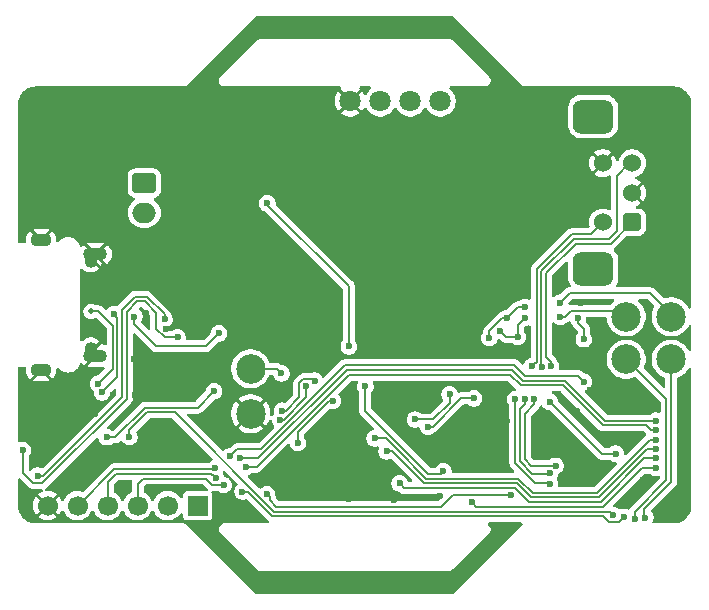
<source format=gbl>
G04 #@! TF.GenerationSoftware,KiCad,Pcbnew,9.0.1*
G04 #@! TF.CreationDate,2025-10-21T09:50:54-05:00*
G04 #@! TF.ProjectId,STM32 Cyber Watch,53544d33-3220-4437-9962-657220576174,rev?*
G04 #@! TF.SameCoordinates,Original*
G04 #@! TF.FileFunction,Copper,L2,Bot*
G04 #@! TF.FilePolarity,Positive*
%FSLAX46Y46*%
G04 Gerber Fmt 4.6, Leading zero omitted, Abs format (unit mm)*
G04 Created by KiCad (PCBNEW 9.0.1) date 2025-10-21 09:50:54*
%MOMM*%
%LPD*%
G01*
G04 APERTURE LIST*
G04 Aperture macros list*
%AMRoundRect*
0 Rectangle with rounded corners*
0 $1 Rounding radius*
0 $2 $3 $4 $5 $6 $7 $8 $9 X,Y pos of 4 corners*
0 Add a 4 corners polygon primitive as box body*
4,1,4,$2,$3,$4,$5,$6,$7,$8,$9,$2,$3,0*
0 Add four circle primitives for the rounded corners*
1,1,$1+$1,$2,$3*
1,1,$1+$1,$4,$5*
1,1,$1+$1,$6,$7*
1,1,$1+$1,$8,$9*
0 Add four rect primitives between the rounded corners*
20,1,$1+$1,$2,$3,$4,$5,0*
20,1,$1+$1,$4,$5,$6,$7,0*
20,1,$1+$1,$6,$7,$8,$9,0*
20,1,$1+$1,$8,$9,$2,$3,0*%
G04 Aperture macros list end*
G04 #@! TA.AperFunction,ComponentPad*
%ADD10O,2.000000X1.100000*%
G04 #@! TD*
G04 #@! TA.AperFunction,ComponentPad*
%ADD11O,1.100000X1.700000*%
G04 #@! TD*
G04 #@! TA.AperFunction,ComponentPad*
%ADD12O,1.800000X1.100000*%
G04 #@! TD*
G04 #@! TA.AperFunction,ComponentPad*
%ADD13O,2.000000X1.700000*%
G04 #@! TD*
G04 #@! TA.AperFunction,ComponentPad*
%ADD14RoundRect,0.250000X-0.750000X0.600000X-0.750000X-0.600000X0.750000X-0.600000X0.750000X0.600000X0*%
G04 #@! TD*
G04 #@! TA.AperFunction,SMDPad,CuDef*
%ADD15C,2.500000*%
G04 #@! TD*
G04 #@! TA.AperFunction,ComponentPad*
%ADD16RoundRect,0.725000X-0.975000X-0.725000X0.975000X-0.725000X0.975000X0.725000X-0.975000X0.725000X0*%
G04 #@! TD*
G04 #@! TA.AperFunction,ComponentPad*
%ADD17C,1.524000*%
G04 #@! TD*
G04 #@! TA.AperFunction,ComponentPad*
%ADD18RoundRect,0.250000X0.512000X-0.512000X0.512000X0.512000X-0.512000X0.512000X-0.512000X-0.512000X0*%
G04 #@! TD*
G04 #@! TA.AperFunction,ComponentPad*
%ADD19C,1.800000*%
G04 #@! TD*
G04 #@! TA.AperFunction,ComponentPad*
%ADD20R,1.700000X1.700000*%
G04 #@! TD*
G04 #@! TA.AperFunction,ComponentPad*
%ADD21C,1.700000*%
G04 #@! TD*
G04 #@! TA.AperFunction,ViaPad*
%ADD22C,0.500000*%
G04 #@! TD*
G04 #@! TA.AperFunction,ViaPad*
%ADD23C,0.600000*%
G04 #@! TD*
G04 #@! TA.AperFunction,Conductor*
%ADD24C,0.200000*%
G04 #@! TD*
G04 APERTURE END LIST*
D10*
X136050000Y-129500000D03*
D11*
X135650000Y-129200000D03*
X135650000Y-121200000D03*
D10*
X136050000Y-120900000D03*
D12*
X131450000Y-119700000D03*
X131450000Y-130700000D03*
D13*
X140200000Y-117400000D03*
D14*
X140200000Y-114900000D03*
D15*
X184800000Y-126200000D03*
X181000000Y-126200000D03*
D16*
X178200000Y-109250000D03*
X178200000Y-122150000D03*
D17*
X179000000Y-113200000D03*
X179000000Y-118200000D03*
X181500000Y-115700000D03*
X181500000Y-113200000D03*
D18*
X181500000Y-118200000D03*
D15*
X181000000Y-129800000D03*
X184800000Y-129800000D03*
X149200000Y-130600000D03*
X149200000Y-134400000D03*
D19*
X157630000Y-107950000D03*
X160170000Y-107950000D03*
X162710000Y-107950000D03*
X165250000Y-107950000D03*
D20*
X144700000Y-142200000D03*
D21*
X142160000Y-142200000D03*
X139620000Y-142200000D03*
X137080000Y-142200000D03*
X134540000Y-142200000D03*
X132000000Y-142200000D03*
D22*
X135674714Y-125755000D03*
D23*
X140700000Y-111300000D03*
X157500000Y-128700000D03*
X177800000Y-140000000D03*
X150000000Y-143400000D03*
X157500000Y-141600000D03*
X175800000Y-128200000D03*
X170800000Y-139000000D03*
X135200000Y-140000000D03*
X143000000Y-112800000D03*
X177200000Y-125000000D03*
X176800000Y-134200000D03*
X136200000Y-109500000D03*
X145000000Y-140600000D03*
X135500000Y-131100000D03*
X139100000Y-138200000D03*
X181700000Y-136800000D03*
X175500000Y-133100000D03*
X146300000Y-141300000D03*
X170900000Y-135000000D03*
X133750000Y-112350901D03*
X142000000Y-108400000D03*
X150200000Y-136200000D03*
X161300000Y-141700000D03*
X165200000Y-141400000D03*
X178400000Y-136000000D03*
X140900000Y-140900000D03*
X179000000Y-138600000D03*
X177900000Y-132382330D03*
X143100000Y-124100000D03*
X147200000Y-134000000D03*
X151900000Y-140300000D03*
X141000000Y-132900000D03*
X151000000Y-131700000D03*
X138300000Y-140400000D03*
X136800000Y-122000000D03*
X169300000Y-135400000D03*
X143000000Y-112100000D03*
X140300000Y-125900000D03*
X160000000Y-140000000D03*
X145800000Y-136000000D03*
X170800000Y-137500000D03*
X173900000Y-137900000D03*
X135400000Y-110994801D03*
X149500000Y-139800000D03*
X155600000Y-130600000D03*
X161700000Y-139300000D03*
X153600000Y-140500000D03*
X139400000Y-132800000D03*
X139303000Y-129800000D03*
X162900000Y-136600000D03*
X136000000Y-119000000D03*
X162600000Y-132200000D03*
X140200000Y-121500000D03*
X175800000Y-123400000D03*
X142000000Y-107600000D03*
X169800000Y-132600000D03*
X166200000Y-135200000D03*
X136000000Y-134400000D03*
X157900000Y-135200000D03*
X147600000Y-132300000D03*
X141900000Y-124900000D03*
X142000000Y-127200000D03*
X182450000Y-140050000D03*
X147000000Y-126600000D03*
X184400000Y-142400000D03*
X138562132Y-123737868D03*
X151600000Y-138700000D03*
X168100000Y-136300000D03*
X177400000Y-128100000D03*
X151800000Y-131000000D03*
X176900000Y-126300000D03*
X150600000Y-116600000D03*
X165500000Y-139300000D03*
X158900000Y-132103000D03*
X146100000Y-132500000D03*
X137000000Y-136400000D03*
X139337500Y-126200000D03*
X146500000Y-127600000D03*
X164195735Y-135500000D03*
X170274265Y-127374265D03*
X151674660Y-134924451D03*
X175400000Y-126200000D03*
X168100000Y-133100000D03*
X172400000Y-126300000D03*
X171800000Y-127900000D03*
X153900000Y-132100000D03*
X170900000Y-126300000D03*
X169400000Y-128000000D03*
X175400000Y-125000000D03*
X151842185Y-134142185D03*
X166033550Y-132766450D03*
X172400000Y-125400000D03*
X163100000Y-134900000D03*
X154600000Y-131600000D03*
X129900000Y-137500000D03*
X143000000Y-127950000D03*
X141900000Y-126400000D03*
X131150000Y-139650000D03*
X148800000Y-138900000D03*
X146897115Y-140442784D03*
X183500000Y-135799997D03*
X146254513Y-139842784D03*
X183500000Y-134999994D03*
X148300000Y-138200000D03*
X171200000Y-141323265D03*
X150574265Y-141225735D03*
X147417705Y-138033765D03*
X177400000Y-131700000D03*
X146204265Y-139004265D03*
X136600000Y-132600000D03*
X137580000Y-125975000D03*
X136285795Y-131864283D03*
X138928745Y-136377275D03*
X179908303Y-142999001D03*
X181700000Y-143300000D03*
X183500006Y-139000005D03*
X167900000Y-141900000D03*
X180800000Y-143150000D03*
X148500000Y-141000000D03*
X153200000Y-136900000D03*
X174500000Y-133400000D03*
X156148528Y-133300000D03*
X180100000Y-137800000D03*
X182600003Y-143200003D03*
X159700000Y-136500000D03*
X183500000Y-136599997D03*
X160700000Y-137600000D03*
X183500000Y-137400000D03*
X173824265Y-130424265D03*
X174500000Y-139472329D03*
X172400000Y-133200000D03*
X161800000Y-140300000D03*
X183500000Y-138200003D03*
X174623561Y-130390636D03*
X175002403Y-138821127D03*
X173200003Y-133200000D03*
X173000000Y-130400000D03*
X171600000Y-133200000D03*
X174499650Y-140320507D03*
D24*
X137500000Y-130650078D02*
X136285795Y-131864283D01*
X137500000Y-126950000D02*
X137500000Y-130650078D01*
X135674714Y-125755000D02*
X135709237Y-125720477D01*
X135709237Y-125720477D02*
X136270477Y-125720477D01*
X136270477Y-125720477D02*
X137500000Y-126950000D01*
X177400000Y-127200000D02*
X176900000Y-126700000D01*
X177400000Y-128100000D02*
X177400000Y-127200000D01*
X151800000Y-131000000D02*
X151400000Y-130600000D01*
X176900000Y-126700000D02*
X176900000Y-126300000D01*
X151400000Y-130600000D02*
X149200000Y-130600000D01*
X158900000Y-132103000D02*
X158900000Y-134200000D01*
X165301000Y-139499000D02*
X165500000Y-139300000D01*
X164199000Y-139499000D02*
X165301000Y-139499000D01*
X158900000Y-134200000D02*
X164199000Y-139499000D01*
X137732900Y-136400000D02*
X137000000Y-136400000D01*
X140233900Y-133899000D02*
X137732900Y-136400000D01*
X144701000Y-133899000D02*
X140233900Y-133899000D01*
X146100000Y-132500000D02*
X144701000Y-133899000D01*
X145400000Y-128700000D02*
X146500000Y-127600000D01*
X139337500Y-126837500D02*
X141200000Y-128700000D01*
X139337500Y-126200000D02*
X139337500Y-126837500D01*
X141200000Y-128700000D02*
X145400000Y-128700000D01*
X168100000Y-133100000D02*
X167000000Y-133100000D01*
X164600000Y-135500000D02*
X164195735Y-135500000D01*
X171800000Y-127900000D02*
X170800000Y-127900000D01*
X151674660Y-134924451D02*
X151974249Y-134924451D01*
X175824266Y-126200000D02*
X176325266Y-125699000D01*
X171800000Y-126900000D02*
X172400000Y-126300000D01*
X151974249Y-134924451D02*
X153900000Y-132998700D01*
X180699000Y-125699000D02*
X181000000Y-126000000D01*
X175400000Y-126200000D02*
X175824266Y-126200000D01*
X171800000Y-127900000D02*
X171800000Y-126900000D01*
X176325266Y-125699000D02*
X180699000Y-125699000D01*
X170800000Y-127900000D02*
X170274265Y-127374265D01*
X167000000Y-133100000D02*
X164600000Y-135500000D01*
X153900000Y-132998700D02*
X153900000Y-132100000D01*
X154600000Y-131600000D02*
X154499000Y-131499000D01*
X166033550Y-132766450D02*
X166033550Y-133499350D01*
X153300000Y-133031600D02*
X152189415Y-134142185D01*
X170500000Y-126300000D02*
X170900000Y-126300000D01*
X164445678Y-134900000D02*
X164444678Y-134899000D01*
X175400000Y-125000000D02*
X176200000Y-124200000D01*
X170900000Y-126300000D02*
X171800000Y-125400000D01*
X163946792Y-134899000D02*
X163945792Y-134900000D01*
X163945792Y-134900000D02*
X163100000Y-134900000D01*
X152189415Y-134142185D02*
X151842185Y-134142185D01*
X169400000Y-127400000D02*
X170500000Y-126300000D01*
X164632900Y-134900000D02*
X164445678Y-134900000D01*
X154499000Y-131499000D02*
X153651057Y-131499000D01*
X176200000Y-124200000D02*
X183000000Y-124200000D01*
X171800000Y-125400000D02*
X172400000Y-125400000D01*
X164444678Y-134899000D02*
X163946792Y-134899000D01*
X153651057Y-131499000D02*
X153300000Y-131850057D01*
X183000000Y-124200000D02*
X184800000Y-126000000D01*
X153300000Y-131850057D02*
X153300000Y-133031600D01*
X166033550Y-133499350D02*
X164632900Y-134900000D01*
X169400000Y-128000000D02*
X169400000Y-127400000D01*
X141200000Y-125867100D02*
X141200000Y-127249943D01*
X129900000Y-139400000D02*
X130800000Y-140300000D01*
X138703000Y-125764100D02*
X139566100Y-124901000D01*
X141900057Y-127950000D02*
X143000000Y-127950000D01*
X129900000Y-137500000D02*
X129900000Y-139400000D01*
X130800000Y-140300000D02*
X131567100Y-140300000D01*
X140233900Y-124901000D02*
X141200000Y-125867100D01*
X139566100Y-124901000D02*
X140233900Y-124901000D01*
X141200000Y-127249943D02*
X141900057Y-127950000D01*
X131567100Y-140300000D02*
X138703000Y-133164100D01*
X138703000Y-133164100D02*
X138703000Y-125764100D01*
X140400000Y-124500000D02*
X139400000Y-124500000D01*
X141900000Y-126400000D02*
X141900000Y-126000000D01*
X138302000Y-125598000D02*
X138302000Y-131465100D01*
X131200000Y-139700000D02*
X131150000Y-139650000D01*
X138300000Y-131467100D02*
X138300000Y-133000000D01*
X141900000Y-126000000D02*
X140400000Y-124500000D01*
X138302000Y-131465100D02*
X138300000Y-131467100D01*
X138300000Y-133000000D02*
X131600000Y-139700000D01*
X131600000Y-139700000D02*
X131200000Y-139700000D01*
X139400000Y-124500000D02*
X138302000Y-125598000D01*
X183108041Y-135808041D02*
X182701000Y-135401000D01*
X149700000Y-138900000D02*
X148800000Y-138900000D01*
X146503456Y-140443784D02*
X146504456Y-140442784D01*
X139620000Y-140382000D02*
X140100000Y-139902000D01*
X183491956Y-135808041D02*
X183108041Y-135808041D01*
X146504456Y-140442784D02*
X146897115Y-140442784D01*
X145400000Y-139902000D02*
X145940784Y-140442784D01*
X172067800Y-132002000D02*
X171167800Y-131102000D01*
X182701000Y-135401000D02*
X179033900Y-135401000D01*
X179033900Y-135401000D02*
X175634900Y-132002000D01*
X171167800Y-131102000D02*
X157498000Y-131102000D01*
X157498000Y-131102000D02*
X149700000Y-138900000D01*
X146004570Y-140442784D02*
X146005570Y-140443784D01*
X145940784Y-140442784D02*
X146004570Y-140442784D01*
X140100000Y-139902000D02*
X145400000Y-139902000D01*
X175634900Y-132002000D02*
X172067800Y-132002000D01*
X139620000Y-142200000D02*
X139620000Y-140382000D01*
X146005570Y-140443784D02*
X146503456Y-140443784D01*
X183500000Y-135799997D02*
X183491956Y-135808041D01*
X146254513Y-139842784D02*
X146111729Y-139700000D01*
X137806100Y-139501000D02*
X137080000Y-140227100D01*
X137080000Y-140227100D02*
X137080000Y-142200000D01*
X179200000Y-135000000D02*
X175801000Y-131601000D01*
X146050057Y-139700000D02*
X145851057Y-139501000D01*
X172233900Y-131601000D02*
X171333900Y-130701000D01*
X183499994Y-135000000D02*
X179200000Y-135000000D01*
X171333900Y-130701000D02*
X157331900Y-130701000D01*
X145851057Y-139501000D02*
X137806100Y-139501000D01*
X149832900Y-138200000D02*
X148300000Y-138200000D01*
X175801000Y-131601000D02*
X172233900Y-131601000D01*
X183500000Y-134999994D02*
X183499994Y-135000000D01*
X146111729Y-139700000D02*
X146050057Y-139700000D01*
X157331900Y-130701000D02*
X149832900Y-138200000D01*
X150800000Y-141732900D02*
X151369100Y-142302000D01*
X171176735Y-141300000D02*
X171200000Y-141323265D01*
X165298000Y-142302000D02*
X166300000Y-141300000D01*
X166300000Y-141300000D02*
X171176735Y-141300000D01*
X151369100Y-142302000D02*
X165298000Y-142302000D01*
X150574265Y-141225735D02*
X150800000Y-141451470D01*
X150800000Y-141451470D02*
X150800000Y-141732900D01*
X172400000Y-131200000D02*
X176900000Y-131200000D01*
X147417705Y-138033765D02*
X147417705Y-138031841D01*
X147417705Y-138031841D02*
X148049546Y-137400000D01*
X137640000Y-139100000D02*
X146108530Y-139100000D01*
X171500000Y-130300000D02*
X172400000Y-131200000D01*
X137640000Y-139100000D02*
X134540000Y-142200000D01*
X146108530Y-139100000D02*
X146204265Y-139004265D01*
X148049546Y-137400000D02*
X150065800Y-137400000D01*
X176900000Y-131200000D02*
X177400000Y-131700000D01*
X157165800Y-130300000D02*
X171500000Y-130300000D01*
X150065800Y-137400000D02*
X157165800Y-130300000D01*
X137901000Y-126274021D02*
X137901000Y-131299000D01*
X137901000Y-131299000D02*
X136600000Y-132600000D01*
X137580000Y-125975000D02*
X137601979Y-125975000D01*
X137601979Y-125975000D02*
X137901000Y-126274021D01*
X138928745Y-136274335D02*
X138928745Y-135771255D01*
X138928745Y-135771255D02*
X140400000Y-134300000D01*
X142800000Y-134300000D02*
X151203000Y-142703000D01*
X179613302Y-142704000D02*
X179908303Y-142999001D01*
X138928745Y-136377275D02*
X138825805Y-136377275D01*
X138825805Y-136377275D02*
X138928745Y-136274335D01*
X172435600Y-142704000D02*
X179613302Y-142704000D01*
X140400000Y-134300000D02*
X142800000Y-134300000D01*
X151203000Y-142703000D02*
X172434600Y-142703000D01*
X172434600Y-142703000D02*
X172435600Y-142704000D01*
X184400000Y-133200000D02*
X181000000Y-129800000D01*
X184400000Y-140000000D02*
X184400000Y-133200000D01*
X181700000Y-143300000D02*
X181700000Y-142700000D01*
X181700000Y-142700000D02*
X184400000Y-140000000D01*
X168302000Y-142302000D02*
X172600700Y-142302000D01*
X183499994Y-139000000D02*
X183499999Y-139000005D01*
X167900000Y-141900000D02*
X168302000Y-142302000D01*
X178998300Y-142303000D02*
X182301300Y-139000000D01*
X172601700Y-142303000D02*
X178998300Y-142303000D01*
X182301300Y-139000000D02*
X183499994Y-139000000D01*
X183499999Y-139000005D02*
X183500006Y-139000005D01*
X172600700Y-142302000D02*
X172601700Y-142303000D01*
X172269500Y-143105000D02*
X172268500Y-143104000D01*
X180351000Y-143599000D02*
X179499000Y-143599000D01*
X179499000Y-143599000D02*
X179005000Y-143105000D01*
X172268500Y-143104000D02*
X151036900Y-143104000D01*
X180800000Y-143150000D02*
X180351000Y-143599000D01*
X148932900Y-141000000D02*
X148500000Y-141000000D01*
X179005000Y-143105000D02*
X172269500Y-143105000D01*
X151036900Y-143104000D02*
X148932900Y-141000000D01*
X180100000Y-137800000D02*
X178900000Y-137800000D01*
X156148528Y-133300000D02*
X155867100Y-133300000D01*
X155867100Y-133300000D02*
X153200000Y-135967100D01*
X178900000Y-137800000D02*
X174500000Y-133400000D01*
X153200000Y-135967100D02*
X153200000Y-136900000D01*
X182600003Y-143200003D02*
X182500000Y-143100000D01*
X182500000Y-142467100D02*
X184800000Y-140167100D01*
X182500000Y-143100000D02*
X182500000Y-142467100D01*
X184800000Y-140167100D02*
X184800000Y-129800000D01*
X183499997Y-136600000D02*
X183000000Y-136600000D01*
X173066100Y-141099000D02*
X171868100Y-139901000D01*
X161485372Y-137352472D02*
X161485372Y-137351057D01*
X183500000Y-136599997D02*
X183499997Y-136600000D01*
X183000000Y-136600000D02*
X178500000Y-141100000D01*
X165251057Y-139901000D02*
X165250057Y-139900000D01*
X171868100Y-139901000D02*
X165251057Y-139901000D01*
X173099000Y-141099000D02*
X173066100Y-141099000D01*
X165250057Y-139900000D02*
X164032900Y-139900000D01*
X178500000Y-141100000D02*
X173100000Y-141100000D01*
X173100000Y-141100000D02*
X173099000Y-141099000D01*
X164032900Y-139900000D02*
X161485372Y-137352472D01*
X160791128Y-136656815D02*
X160789715Y-136656815D01*
X161485372Y-137351057D02*
X160791128Y-136656815D01*
X160632900Y-136500000D02*
X159700000Y-136500000D01*
X160789715Y-136656815D02*
X160632900Y-136500000D01*
X161165800Y-137600000D02*
X163866800Y-140301000D01*
X172900000Y-141500000D02*
X172932900Y-141500000D01*
X182767100Y-137400000D02*
X183500000Y-137400000D01*
X172932900Y-141500000D02*
X172933900Y-141501000D01*
X172933900Y-141501000D02*
X178666100Y-141501000D01*
X165083957Y-140301000D02*
X165084957Y-140302000D01*
X165084957Y-140302000D02*
X171702000Y-140302000D01*
X160700000Y-137600000D02*
X161165800Y-137600000D01*
X178666100Y-141501000D02*
X182767100Y-137400000D01*
X171702000Y-140302000D02*
X172900000Y-141500000D01*
X163866800Y-140301000D02*
X165083957Y-140301000D01*
X172001000Y-138433900D02*
X172001000Y-133999000D01*
X173041982Y-139474882D02*
X172001000Y-138433900D01*
X173801000Y-122366100D02*
X173801000Y-130401000D01*
X173801000Y-130401000D02*
X173824265Y-130424265D01*
X179533900Y-119599000D02*
X176568100Y-119599000D01*
X174497447Y-139474882D02*
X173041982Y-139474882D01*
X176568100Y-119599000D02*
X173801000Y-122366100D01*
X174500000Y-139472329D02*
X174497447Y-139474882D01*
X172400000Y-133600000D02*
X172400000Y-133200000D01*
X180200000Y-114250000D02*
X180200000Y-118932900D01*
X181250000Y-113200000D02*
X180200000Y-114250000D01*
X180200000Y-118932900D02*
X179533900Y-119599000D01*
X172001000Y-133999000D02*
X172400000Y-133600000D01*
X172766800Y-141901000D02*
X172733900Y-141901000D01*
X171535900Y-140703000D02*
X164918857Y-140703000D01*
X178832200Y-141902000D02*
X182534200Y-138200000D01*
X164918857Y-140703000D02*
X164917857Y-140702000D01*
X183499997Y-138200000D02*
X182534200Y-138200000D01*
X183500000Y-138200003D02*
X183499997Y-138200000D01*
X178832200Y-141902000D02*
X172767800Y-141902000D01*
X164917857Y-140702000D02*
X162202000Y-140702000D01*
X162202000Y-140702000D02*
X161800000Y-140300000D01*
X172733900Y-141901000D02*
X171535900Y-140703000D01*
X172767800Y-141902000D02*
X172766800Y-141901000D01*
X173200003Y-133599997D02*
X173200003Y-133200000D01*
X172402000Y-138267800D02*
X172402000Y-134398000D01*
X174623561Y-130023561D02*
X174202000Y-129602000D01*
X172402000Y-134398000D02*
X173200003Y-133599997D01*
X175002403Y-138821127D02*
X172955327Y-138821127D01*
X174623561Y-130390636D02*
X174623561Y-130023561D01*
X179700000Y-120000000D02*
X181500000Y-118200000D01*
X176734200Y-120000000D02*
X179700000Y-120000000D01*
X174202000Y-129602000D02*
X174202000Y-122532200D01*
X174202000Y-122532200D02*
X176734200Y-120000000D01*
X172955327Y-138821127D02*
X172402000Y-138267800D01*
X173000000Y-130400000D02*
X173223265Y-130176735D01*
X173400000Y-122200000D02*
X176402000Y-119198000D01*
X173223265Y-130176735D02*
X173223265Y-130175322D01*
X171600000Y-138600000D02*
X171600000Y-133200000D01*
X174458986Y-140300000D02*
X173300000Y-140300000D01*
X178750000Y-118450000D02*
X178750000Y-118200000D01*
X178002000Y-119198000D02*
X178750000Y-118450000D01*
X174499650Y-140320507D02*
X174479493Y-140320507D01*
X173300000Y-140300000D02*
X171600000Y-138600000D01*
X173400000Y-129998587D02*
X173400000Y-122200000D01*
X176402000Y-119198000D02*
X178002000Y-119198000D01*
X174479493Y-140320507D02*
X174458986Y-140300000D01*
X173223265Y-130175322D02*
X173400000Y-129998587D01*
X150600000Y-116700000D02*
X150600000Y-116600000D01*
X157500000Y-123600000D02*
X150600000Y-116700000D01*
X157500000Y-128700000D02*
X157500000Y-123600000D01*
G04 #@! TA.AperFunction,Conductor*
G36*
X147020665Y-139233927D02*
G01*
X147045075Y-139252889D01*
X148063607Y-140271421D01*
X148097092Y-140332744D01*
X148092108Y-140402436D01*
X148057322Y-140451135D01*
X148057765Y-140451578D01*
X148055109Y-140454233D01*
X148054597Y-140454951D01*
X148053453Y-140455889D01*
X147955888Y-140553454D01*
X147955885Y-140553458D01*
X147879228Y-140668182D01*
X147879221Y-140668195D01*
X147826421Y-140795667D01*
X147826418Y-140795677D01*
X147799500Y-140931004D01*
X147799500Y-140931007D01*
X147799500Y-141068993D01*
X147799500Y-141068995D01*
X147799499Y-141068995D01*
X147826418Y-141204322D01*
X147826421Y-141204332D01*
X147879221Y-141331804D01*
X147879228Y-141331817D01*
X147955885Y-141446541D01*
X147955888Y-141446545D01*
X148053454Y-141544111D01*
X148053458Y-141544114D01*
X148168182Y-141620771D01*
X148168195Y-141620778D01*
X148292270Y-141672171D01*
X148295672Y-141673580D01*
X148295676Y-141673580D01*
X148295677Y-141673581D01*
X148431004Y-141700500D01*
X148431007Y-141700500D01*
X148568995Y-141700500D01*
X148660041Y-141682389D01*
X148704328Y-141673580D01*
X148765201Y-141648365D01*
X148834667Y-141640897D01*
X148897146Y-141672171D01*
X148900332Y-141675246D01*
X150712905Y-143487819D01*
X150746390Y-143549142D01*
X150741406Y-143618834D01*
X150699534Y-143674767D01*
X150634070Y-143699184D01*
X150625224Y-143699500D01*
X146934108Y-143699500D01*
X146806812Y-143733608D01*
X146692686Y-143799500D01*
X146692683Y-143799502D01*
X146599502Y-143892683D01*
X146599500Y-143892686D01*
X146533608Y-144006812D01*
X146499500Y-144134108D01*
X146499500Y-144265891D01*
X146533608Y-144393187D01*
X146566554Y-144450250D01*
X146599500Y-144507314D01*
X149692686Y-147600500D01*
X149806814Y-147666392D01*
X149934108Y-147700500D01*
X149934110Y-147700500D01*
X166065890Y-147700500D01*
X166065892Y-147700500D01*
X166193186Y-147666392D01*
X166307314Y-147600500D01*
X169400500Y-144507314D01*
X169466392Y-144393186D01*
X169500500Y-144265892D01*
X169500500Y-144134107D01*
X169466392Y-144006814D01*
X169400500Y-143892686D01*
X169323995Y-143816181D01*
X169290510Y-143754858D01*
X169295494Y-143685166D01*
X169337366Y-143629233D01*
X169402830Y-143604816D01*
X169411676Y-143604500D01*
X172088324Y-143604500D01*
X172155363Y-143624185D01*
X172201118Y-143676989D01*
X172211062Y-143746147D01*
X172182037Y-143809703D01*
X172176005Y-143816181D01*
X166329005Y-149663181D01*
X166267682Y-149696666D01*
X166241324Y-149699500D01*
X149758676Y-149699500D01*
X149691637Y-149679815D01*
X149670995Y-149663181D01*
X143807316Y-143799502D01*
X143807314Y-143799500D01*
X143729992Y-143754858D01*
X143693187Y-143733608D01*
X143629539Y-143716554D01*
X143565892Y-143699500D01*
X143565891Y-143699500D01*
X131004428Y-143699500D01*
X130995582Y-143699184D01*
X130973622Y-143697613D01*
X130795442Y-143684869D01*
X130777931Y-143682351D01*
X130586212Y-143640646D01*
X130569236Y-143635662D01*
X130385390Y-143567090D01*
X130369298Y-143559740D01*
X130197095Y-143465711D01*
X130182210Y-143456146D01*
X130154825Y-143435646D01*
X130025132Y-143338558D01*
X130011762Y-143326972D01*
X129873027Y-143188237D01*
X129861441Y-143174867D01*
X129857264Y-143169287D01*
X129743849Y-143017784D01*
X129734288Y-143002904D01*
X129640259Y-142830701D01*
X129632909Y-142814609D01*
X129610100Y-142753457D01*
X129564334Y-142630755D01*
X129559355Y-142613797D01*
X129517647Y-142422063D01*
X129515130Y-142404556D01*
X129509470Y-142325422D01*
X129500816Y-142204418D01*
X129500500Y-142195572D01*
X129500500Y-140007675D01*
X129520185Y-139940636D01*
X129572989Y-139894881D01*
X129642147Y-139884937D01*
X129705703Y-139913962D01*
X129712181Y-139919994D01*
X130395159Y-140602972D01*
X130395169Y-140602983D01*
X130399499Y-140607313D01*
X130399500Y-140607314D01*
X130492686Y-140700500D01*
X130563844Y-140741583D01*
X130572433Y-140746542D01*
X130572434Y-140746543D01*
X130606808Y-140766389D01*
X130606809Y-140766389D01*
X130606814Y-140766392D01*
X130734107Y-140800500D01*
X130734108Y-140800500D01*
X130734109Y-140800500D01*
X131479231Y-140800500D01*
X131546270Y-140820185D01*
X131592025Y-140872989D01*
X131601969Y-140942147D01*
X131572944Y-141005703D01*
X131524009Y-141038147D01*
X131524660Y-141039719D01*
X131520168Y-141041579D01*
X131344856Y-141130904D01*
X131207487Y-141230710D01*
X131207486Y-141230710D01*
X131746046Y-141769270D01*
X131692993Y-141799901D01*
X131599901Y-141892993D01*
X131569270Y-141946046D01*
X131030710Y-141407486D01*
X131030710Y-141407487D01*
X130930904Y-141544856D01*
X130841581Y-141720164D01*
X130780778Y-141907294D01*
X130750000Y-142101617D01*
X130750000Y-142298382D01*
X130780778Y-142492705D01*
X130841581Y-142679835D01*
X130930900Y-142855135D01*
X130930904Y-142855141D01*
X131030710Y-142992511D01*
X131030711Y-142992512D01*
X131569270Y-142453952D01*
X131599901Y-142507007D01*
X131692993Y-142600099D01*
X131746046Y-142630729D01*
X131207486Y-143169288D01*
X131344858Y-143269095D01*
X131344864Y-143269099D01*
X131520164Y-143358418D01*
X131707294Y-143419221D01*
X131901618Y-143450000D01*
X132098382Y-143450000D01*
X132292705Y-143419221D01*
X132479835Y-143358418D01*
X132655143Y-143269095D01*
X132792511Y-143169288D01*
X132792512Y-143169287D01*
X132253954Y-142630729D01*
X132307007Y-142600099D01*
X132400099Y-142507007D01*
X132430729Y-142453953D01*
X132969287Y-142992512D01*
X132969288Y-142992511D01*
X133069097Y-142855141D01*
X133069097Y-142855140D01*
X133159234Y-142678236D01*
X133207208Y-142627439D01*
X133275029Y-142610644D01*
X133341164Y-142633181D01*
X133380204Y-142678235D01*
X133381115Y-142680024D01*
X133381116Y-142680025D01*
X133470476Y-142855405D01*
X133586172Y-143014646D01*
X133725354Y-143153828D01*
X133884595Y-143269524D01*
X133967455Y-143311743D01*
X134059970Y-143358882D01*
X134059972Y-143358882D01*
X134059975Y-143358884D01*
X134118962Y-143378050D01*
X134247173Y-143419709D01*
X134441578Y-143450500D01*
X134441583Y-143450500D01*
X134638422Y-143450500D01*
X134832826Y-143419709D01*
X134880154Y-143404331D01*
X135020025Y-143358884D01*
X135195405Y-143269524D01*
X135354646Y-143153828D01*
X135493828Y-143014646D01*
X135609524Y-142855405D01*
X135628219Y-142818714D01*
X135699515Y-142678787D01*
X135747489Y-142627990D01*
X135815310Y-142611195D01*
X135881445Y-142633732D01*
X135920485Y-142678787D01*
X136010474Y-142855403D01*
X136045234Y-142903246D01*
X136126172Y-143014646D01*
X136265354Y-143153828D01*
X136424595Y-143269524D01*
X136507455Y-143311743D01*
X136599970Y-143358882D01*
X136599972Y-143358882D01*
X136599975Y-143358884D01*
X136658962Y-143378050D01*
X136787173Y-143419709D01*
X136981578Y-143450500D01*
X136981583Y-143450500D01*
X137178422Y-143450500D01*
X137372826Y-143419709D01*
X137420154Y-143404331D01*
X137560025Y-143358884D01*
X137735405Y-143269524D01*
X137894646Y-143153828D01*
X138033828Y-143014646D01*
X138149524Y-142855405D01*
X138168219Y-142818714D01*
X138239515Y-142678787D01*
X138287489Y-142627990D01*
X138355310Y-142611195D01*
X138421445Y-142633732D01*
X138460485Y-142678787D01*
X138550474Y-142855403D01*
X138585234Y-142903246D01*
X138666172Y-143014646D01*
X138805354Y-143153828D01*
X138964595Y-143269524D01*
X139047455Y-143311743D01*
X139139970Y-143358882D01*
X139139972Y-143358882D01*
X139139975Y-143358884D01*
X139198962Y-143378050D01*
X139327173Y-143419709D01*
X139521578Y-143450500D01*
X139521583Y-143450500D01*
X139718422Y-143450500D01*
X139912826Y-143419709D01*
X139960154Y-143404331D01*
X140100025Y-143358884D01*
X140275405Y-143269524D01*
X140434646Y-143153828D01*
X140573828Y-143014646D01*
X140689524Y-142855405D01*
X140708219Y-142818714D01*
X140779515Y-142678787D01*
X140827489Y-142627990D01*
X140895310Y-142611195D01*
X140961445Y-142633732D01*
X141000485Y-142678787D01*
X141090474Y-142855403D01*
X141125234Y-142903246D01*
X141206172Y-143014646D01*
X141345354Y-143153828D01*
X141504595Y-143269524D01*
X141587455Y-143311743D01*
X141679970Y-143358882D01*
X141679972Y-143358882D01*
X141679975Y-143358884D01*
X141738962Y-143378050D01*
X141867173Y-143419709D01*
X142061578Y-143450500D01*
X142061583Y-143450500D01*
X142258422Y-143450500D01*
X142452826Y-143419709D01*
X142500154Y-143404331D01*
X142640025Y-143358884D01*
X142815405Y-143269524D01*
X142974646Y-143153828D01*
X143113828Y-143014646D01*
X143225184Y-142861378D01*
X143280512Y-142818714D01*
X143350125Y-142812735D01*
X143411920Y-142845341D01*
X143446277Y-142906179D01*
X143449500Y-142934264D01*
X143449500Y-143081517D01*
X143457339Y-143131010D01*
X143464354Y-143175304D01*
X143521950Y-143288342D01*
X143521952Y-143288344D01*
X143521954Y-143288347D01*
X143611652Y-143378045D01*
X143611654Y-143378046D01*
X143611658Y-143378050D01*
X143724694Y-143435645D01*
X143724698Y-143435647D01*
X143818475Y-143450499D01*
X143818481Y-143450500D01*
X145581518Y-143450499D01*
X145675304Y-143435646D01*
X145788342Y-143378050D01*
X145878050Y-143288342D01*
X145935646Y-143175304D01*
X145935646Y-143175302D01*
X145935647Y-143175301D01*
X145950499Y-143081524D01*
X145950500Y-143081519D01*
X145950499Y-141318482D01*
X145935646Y-141224696D01*
X145884632Y-141124577D01*
X145871737Y-141055910D01*
X145898013Y-140991169D01*
X145955120Y-140950912D01*
X145995118Y-140944284D01*
X146356596Y-140944284D01*
X146423635Y-140963969D01*
X146444277Y-140980603D01*
X146450569Y-140986895D01*
X146450573Y-140986898D01*
X146565297Y-141063555D01*
X146565310Y-141063562D01*
X146692782Y-141116362D01*
X146692787Y-141116364D01*
X146692791Y-141116364D01*
X146692792Y-141116365D01*
X146828119Y-141143284D01*
X146828122Y-141143284D01*
X146966110Y-141143284D01*
X147060144Y-141124579D01*
X147101443Y-141116364D01*
X147228926Y-141063559D01*
X147343657Y-140986898D01*
X147441229Y-140889326D01*
X147517890Y-140774595D01*
X147570695Y-140647112D01*
X147597615Y-140511777D01*
X147597615Y-140373791D01*
X147597615Y-140373788D01*
X147570696Y-140238461D01*
X147570695Y-140238460D01*
X147570695Y-140238456D01*
X147567608Y-140231004D01*
X147517893Y-140110979D01*
X147517886Y-140110966D01*
X147448328Y-140006866D01*
X147448327Y-140006865D01*
X147441229Y-139996242D01*
X147343657Y-139898670D01*
X147333033Y-139891571D01*
X147333031Y-139891569D01*
X147228932Y-139822012D01*
X147228919Y-139822005D01*
X147101447Y-139769205D01*
X147101437Y-139769202D01*
X147029291Y-139754851D01*
X146967380Y-139722465D01*
X146932806Y-139661749D01*
X146931872Y-139657456D01*
X146928093Y-139638456D01*
X146920773Y-139620783D01*
X146875291Y-139510979D01*
X146875284Y-139510966D01*
X146836371Y-139452729D01*
X146833999Y-139445154D01*
X146828590Y-139439345D01*
X146823707Y-139412285D01*
X146815493Y-139386052D01*
X146817276Y-139376646D01*
X146816183Y-139370586D01*
X146824911Y-139336388D01*
X146831505Y-139320467D01*
X146842833Y-139293117D01*
X146886672Y-139238715D01*
X146952965Y-139216649D01*
X147020665Y-139233927D01*
G37*
G04 #@! TD.AperFunction*
G04 #@! TA.AperFunction,Conductor*
G36*
X186446946Y-130515231D02*
G01*
X186490397Y-130569947D01*
X186499500Y-130616580D01*
X186499500Y-142195572D01*
X186499184Y-142204419D01*
X186484869Y-142404557D01*
X186482351Y-142422068D01*
X186440646Y-142613787D01*
X186435662Y-142630763D01*
X186367090Y-142814609D01*
X186359740Y-142830701D01*
X186265711Y-143002904D01*
X186256146Y-143017789D01*
X186138558Y-143174867D01*
X186126972Y-143188237D01*
X185988237Y-143326972D01*
X185974867Y-143338558D01*
X185817789Y-143456146D01*
X185802904Y-143465711D01*
X185630701Y-143559740D01*
X185614609Y-143567090D01*
X185430763Y-143635662D01*
X185413787Y-143640646D01*
X185222068Y-143682351D01*
X185204557Y-143684869D01*
X185023779Y-143697799D01*
X185004417Y-143699184D01*
X184995572Y-143699500D01*
X183336899Y-143699500D01*
X183269860Y-143679815D01*
X183224105Y-143627011D01*
X183214161Y-143557853D01*
X183222338Y-143528047D01*
X183273583Y-143404331D01*
X183300398Y-143269524D01*
X183300503Y-143268998D01*
X183300503Y-143131007D01*
X183273584Y-142995680D01*
X183273583Y-142995679D01*
X183273583Y-142995675D01*
X183272273Y-142992512D01*
X183220781Y-142868198D01*
X183220774Y-142868185D01*
X183144117Y-142753461D01*
X183144114Y-142753457D01*
X183120465Y-142729808D01*
X183086980Y-142668485D01*
X183091964Y-142598793D01*
X183120463Y-142554448D01*
X185097104Y-140577808D01*
X185097109Y-140577804D01*
X185107312Y-140567600D01*
X185107314Y-140567600D01*
X185200500Y-140474414D01*
X185266392Y-140360286D01*
X185282144Y-140301499D01*
X185300500Y-140232993D01*
X185300500Y-140101208D01*
X185300500Y-131462907D01*
X185320185Y-131395868D01*
X185372989Y-131350113D01*
X185386173Y-131344979D01*
X185433572Y-131329579D01*
X185665051Y-131211634D01*
X185875229Y-131058931D01*
X186058931Y-130875229D01*
X186211634Y-130665051D01*
X186265015Y-130560284D01*
X186312990Y-130509489D01*
X186380811Y-130492694D01*
X186446946Y-130515231D01*
G37*
G04 #@! TD.AperFunction*
G04 #@! TA.AperFunction,Conductor*
G36*
X183025521Y-139520185D02*
G01*
X183046163Y-139536819D01*
X183053460Y-139544116D01*
X183053464Y-139544119D01*
X183168188Y-139620776D01*
X183168201Y-139620783D01*
X183267103Y-139661749D01*
X183295678Y-139673585D01*
X183295682Y-139673585D01*
X183295683Y-139673586D01*
X183431010Y-139700505D01*
X183431013Y-139700505D01*
X183569001Y-139700505D01*
X183629305Y-139688509D01*
X183695716Y-139675299D01*
X183765306Y-139681526D01*
X183820484Y-139724388D01*
X183843729Y-139790278D01*
X183827662Y-139858275D01*
X183807588Y-139884597D01*
X181397298Y-142294887D01*
X181397293Y-142294892D01*
X181392686Y-142299500D01*
X181299500Y-142392686D01*
X181253027Y-142473177D01*
X181246899Y-142480752D01*
X181225846Y-142495305D01*
X181207324Y-142512967D01*
X181197584Y-142514844D01*
X181189426Y-142520484D01*
X181163847Y-142521345D01*
X181138717Y-142526189D01*
X181124575Y-142522669D01*
X181119596Y-142522837D01*
X181115542Y-142520420D01*
X181103053Y-142517312D01*
X181004332Y-142476421D01*
X181004322Y-142476418D01*
X180868995Y-142449500D01*
X180868993Y-142449500D01*
X180731007Y-142449500D01*
X180731005Y-142449500D01*
X180595677Y-142476418D01*
X180595676Y-142476419D01*
X180595675Y-142476419D01*
X180595672Y-142476420D01*
X180527972Y-142504461D01*
X180517154Y-142508943D01*
X180447684Y-142516411D01*
X180385205Y-142485135D01*
X180382021Y-142482062D01*
X180354848Y-142454889D01*
X180354844Y-142454886D01*
X180240120Y-142378229D01*
X180240107Y-142378222D01*
X180112635Y-142325422D01*
X180112625Y-142325419D01*
X179982386Y-142299513D01*
X179920476Y-142267128D01*
X179885901Y-142206412D01*
X179889641Y-142136643D01*
X179918895Y-142090217D01*
X182472295Y-139536819D01*
X182533618Y-139503334D01*
X182559976Y-139500500D01*
X182958482Y-139500500D01*
X183025521Y-139520185D01*
G37*
G04 #@! TD.AperFunction*
G04 #@! TA.AperFunction,Conductor*
G36*
X142608363Y-134820185D02*
G01*
X142629005Y-134836819D01*
X145955640Y-138163454D01*
X145989125Y-138224777D01*
X145984141Y-138294469D01*
X145942269Y-138350402D01*
X145915412Y-138365696D01*
X145872456Y-138383488D01*
X145872447Y-138383493D01*
X145757723Y-138460150D01*
X145757719Y-138460153D01*
X145655843Y-138562030D01*
X145654087Y-138560274D01*
X145605362Y-138593487D01*
X145567218Y-138599500D01*
X137574108Y-138599500D01*
X137446812Y-138633608D01*
X137332686Y-138699500D01*
X137332683Y-138699502D01*
X135051901Y-140980283D01*
X134990578Y-141013768D01*
X134925903Y-141010533D01*
X134832827Y-140980291D01*
X134832822Y-140980290D01*
X134638422Y-140949500D01*
X134638417Y-140949500D01*
X134441583Y-140949500D01*
X134441578Y-140949500D01*
X134247173Y-140980290D01*
X134059970Y-141041117D01*
X133884594Y-141130476D01*
X133832408Y-141168392D01*
X133725354Y-141246172D01*
X133725352Y-141246174D01*
X133725351Y-141246174D01*
X133586174Y-141385351D01*
X133586174Y-141385352D01*
X133586172Y-141385354D01*
X133541717Y-141446541D01*
X133470476Y-141544594D01*
X133380204Y-141721764D01*
X133332229Y-141772560D01*
X133264408Y-141789355D01*
X133198274Y-141766818D01*
X133159234Y-141721764D01*
X133069099Y-141544864D01*
X133069095Y-141544858D01*
X132969288Y-141407487D01*
X132969288Y-141407486D01*
X132430728Y-141946045D01*
X132400099Y-141892993D01*
X132307007Y-141799901D01*
X132253953Y-141769270D01*
X132792512Y-141230711D01*
X132792511Y-141230710D01*
X132655141Y-141130904D01*
X132655135Y-141130900D01*
X132479835Y-141041581D01*
X132292705Y-140980778D01*
X132098382Y-140950000D01*
X131905042Y-140950000D01*
X131838003Y-140930315D01*
X131792248Y-140877511D01*
X131782304Y-140808353D01*
X131811329Y-140744797D01*
X131843041Y-140718613D01*
X131874414Y-140700500D01*
X136103343Y-136471569D01*
X136164666Y-136438085D01*
X136234358Y-136443069D01*
X136290291Y-136484941D01*
X136312641Y-136535059D01*
X136326418Y-136604322D01*
X136326421Y-136604332D01*
X136379221Y-136731804D01*
X136379228Y-136731817D01*
X136455885Y-136846541D01*
X136455888Y-136846545D01*
X136553454Y-136944111D01*
X136553458Y-136944114D01*
X136668182Y-137020771D01*
X136668195Y-137020778D01*
X136768920Y-137062499D01*
X136795672Y-137073580D01*
X136795676Y-137073580D01*
X136795677Y-137073581D01*
X136931004Y-137100500D01*
X136931007Y-137100500D01*
X137068995Y-137100500D01*
X137183238Y-137077775D01*
X137204328Y-137073580D01*
X137331811Y-137020775D01*
X137446542Y-136944114D01*
X137446545Y-136944111D01*
X137453838Y-136936819D01*
X137515161Y-136903334D01*
X137541519Y-136900500D01*
X137798790Y-136900500D01*
X137798792Y-136900500D01*
X137926086Y-136866392D01*
X138040214Y-136800500D01*
X138130498Y-136710215D01*
X138191818Y-136676731D01*
X138261509Y-136681715D01*
X138317443Y-136723586D01*
X138321279Y-136729006D01*
X138384630Y-136823816D01*
X138384633Y-136823820D01*
X138482199Y-136921386D01*
X138482203Y-136921389D01*
X138596927Y-136998046D01*
X138596940Y-136998053D01*
X138724412Y-137050853D01*
X138724417Y-137050855D01*
X138724421Y-137050855D01*
X138724422Y-137050856D01*
X138859749Y-137077775D01*
X138859752Y-137077775D01*
X138997740Y-137077775D01*
X139088786Y-137059664D01*
X139133073Y-137050855D01*
X139257051Y-136999502D01*
X139260549Y-136998053D01*
X139260549Y-136998052D01*
X139260556Y-136998050D01*
X139375287Y-136921389D01*
X139472859Y-136823817D01*
X139549520Y-136709086D01*
X139602325Y-136581603D01*
X139611583Y-136535059D01*
X139629245Y-136446270D01*
X139629245Y-136308279D01*
X139602326Y-136172952D01*
X139602325Y-136172951D01*
X139602325Y-136172947D01*
X139596439Y-136158736D01*
X139549521Y-136045466D01*
X139531087Y-136017877D01*
X139510209Y-135951199D01*
X139528694Y-135883819D01*
X139546508Y-135861305D01*
X140570995Y-134836819D01*
X140632318Y-134803334D01*
X140658676Y-134800500D01*
X142541324Y-134800500D01*
X142608363Y-134820185D01*
G37*
G04 #@! TD.AperFunction*
G04 #@! TA.AperFunction,Conductor*
G36*
X158230558Y-131622185D02*
G01*
X158276313Y-131674989D01*
X158286257Y-131744147D01*
X158278080Y-131773952D01*
X158226421Y-131898667D01*
X158226418Y-131898677D01*
X158199500Y-132034004D01*
X158199500Y-132034007D01*
X158199500Y-132171993D01*
X158199500Y-132171995D01*
X158199499Y-132171995D01*
X158226418Y-132307322D01*
X158226421Y-132307332D01*
X158279221Y-132434804D01*
X158279228Y-132434817D01*
X158355885Y-132549541D01*
X158363177Y-132556833D01*
X158396665Y-132618155D01*
X158399500Y-132644518D01*
X158399500Y-134134108D01*
X158399500Y-134265892D01*
X158405616Y-134288716D01*
X158433608Y-134393187D01*
X158466554Y-134450250D01*
X158499500Y-134507314D01*
X158499502Y-134507316D01*
X159600987Y-135608801D01*
X159634472Y-135670124D01*
X159629488Y-135739816D01*
X159587616Y-135795749D01*
X159537500Y-135818099D01*
X159495674Y-135826419D01*
X159495667Y-135826421D01*
X159368195Y-135879221D01*
X159368182Y-135879228D01*
X159253458Y-135955885D01*
X159253454Y-135955888D01*
X159155888Y-136053454D01*
X159155885Y-136053458D01*
X159079228Y-136168182D01*
X159079221Y-136168195D01*
X159026421Y-136295667D01*
X159026418Y-136295677D01*
X158999500Y-136431004D01*
X158999500Y-136431007D01*
X158999500Y-136568993D01*
X158999500Y-136568995D01*
X158999499Y-136568995D01*
X159026418Y-136704322D01*
X159026421Y-136704332D01*
X159079221Y-136831804D01*
X159079228Y-136831817D01*
X159155885Y-136946541D01*
X159155888Y-136946545D01*
X159253454Y-137044111D01*
X159253458Y-137044114D01*
X159368182Y-137120771D01*
X159368195Y-137120778D01*
X159482640Y-137168182D01*
X159495672Y-137173580D01*
X159495676Y-137173580D01*
X159495677Y-137173581D01*
X159631004Y-137200500D01*
X159631007Y-137200500D01*
X159768995Y-137200500D01*
X159910105Y-137172431D01*
X159979697Y-137178658D01*
X160034874Y-137221521D01*
X160058119Y-137287411D01*
X160048858Y-137341500D01*
X160026421Y-137395667D01*
X160026418Y-137395677D01*
X159999500Y-137531004D01*
X159999500Y-137531007D01*
X159999500Y-137668993D01*
X159999500Y-137668995D01*
X159999499Y-137668995D01*
X160026418Y-137804322D01*
X160026421Y-137804332D01*
X160079221Y-137931804D01*
X160079228Y-137931817D01*
X160155885Y-138046541D01*
X160155888Y-138046545D01*
X160253454Y-138144111D01*
X160253458Y-138144114D01*
X160368182Y-138220771D01*
X160368195Y-138220778D01*
X160495667Y-138273578D01*
X160495672Y-138273580D01*
X160495676Y-138273580D01*
X160495677Y-138273581D01*
X160631004Y-138300500D01*
X160631007Y-138300500D01*
X160768995Y-138300500D01*
X160887074Y-138277012D01*
X160904328Y-138273580D01*
X160988464Y-138238729D01*
X161057931Y-138231261D01*
X161120411Y-138262536D01*
X161123596Y-138265610D01*
X162847805Y-139989819D01*
X162881290Y-140051142D01*
X162876306Y-140120834D01*
X162834434Y-140176767D01*
X162768970Y-140201184D01*
X162760124Y-140201500D01*
X162596395Y-140201500D01*
X162529356Y-140181815D01*
X162483601Y-140129011D01*
X162474778Y-140101694D01*
X162473580Y-140095674D01*
X162473580Y-140095672D01*
X162437131Y-140007675D01*
X162420778Y-139968195D01*
X162420771Y-139968182D01*
X162344114Y-139853458D01*
X162344111Y-139853454D01*
X162246545Y-139755888D01*
X162246541Y-139755885D01*
X162131817Y-139679228D01*
X162131804Y-139679221D01*
X162004332Y-139626421D01*
X162004322Y-139626418D01*
X161868995Y-139599500D01*
X161868993Y-139599500D01*
X161731007Y-139599500D01*
X161731005Y-139599500D01*
X161595677Y-139626418D01*
X161595667Y-139626421D01*
X161468195Y-139679221D01*
X161468182Y-139679228D01*
X161353458Y-139755885D01*
X161353454Y-139755888D01*
X161255888Y-139853454D01*
X161255885Y-139853458D01*
X161179228Y-139968182D01*
X161179221Y-139968195D01*
X161126421Y-140095667D01*
X161126418Y-140095677D01*
X161099500Y-140231004D01*
X161099500Y-140231007D01*
X161099500Y-140368993D01*
X161099500Y-140368995D01*
X161099499Y-140368995D01*
X161126418Y-140504322D01*
X161126421Y-140504332D01*
X161179221Y-140631804D01*
X161179228Y-140631817D01*
X161255885Y-140746541D01*
X161255888Y-140746545D01*
X161353454Y-140844111D01*
X161353458Y-140844114D01*
X161468182Y-140920771D01*
X161468195Y-140920778D01*
X161540946Y-140950912D01*
X161595672Y-140973580D01*
X161595676Y-140973580D01*
X161595677Y-140973581D01*
X161731004Y-141000500D01*
X161731007Y-141000500D01*
X161741324Y-141000500D01*
X161808363Y-141020185D01*
X161829005Y-141036819D01*
X161894686Y-141102500D01*
X162008814Y-141168392D01*
X162136108Y-141202500D01*
X162267893Y-141202500D01*
X164837242Y-141202500D01*
X164852498Y-141203500D01*
X164852964Y-141203500D01*
X164852965Y-141203500D01*
X165389324Y-141203500D01*
X165456363Y-141223185D01*
X165502118Y-141275989D01*
X165512062Y-141345147D01*
X165483037Y-141408703D01*
X165477005Y-141415181D01*
X165127005Y-141765181D01*
X165065682Y-141798666D01*
X165039324Y-141801500D01*
X151627776Y-141801500D01*
X151560737Y-141781815D01*
X151540095Y-141765181D01*
X151336819Y-141561905D01*
X151325711Y-141541563D01*
X151310836Y-141523787D01*
X151307642Y-141508471D01*
X151303334Y-141500582D01*
X151301477Y-141489756D01*
X151300500Y-141482017D01*
X151300500Y-141385578D01*
X151279663Y-141307814D01*
X151277474Y-141299646D01*
X151276415Y-141291252D01*
X151276814Y-141288777D01*
X151274765Y-141273208D01*
X151274765Y-141156739D01*
X151247846Y-141021412D01*
X151247845Y-141021411D01*
X151247845Y-141021407D01*
X151231016Y-140980778D01*
X151195043Y-140893930D01*
X151195036Y-140893917D01*
X151118379Y-140779193D01*
X151118376Y-140779189D01*
X151020810Y-140681623D01*
X151020806Y-140681620D01*
X150906082Y-140604963D01*
X150906069Y-140604956D01*
X150778597Y-140552156D01*
X150778587Y-140552153D01*
X150643260Y-140525235D01*
X150643258Y-140525235D01*
X150505272Y-140525235D01*
X150505270Y-140525235D01*
X150369942Y-140552153D01*
X150369932Y-140552156D01*
X150242460Y-140604956D01*
X150242447Y-140604963D01*
X150127723Y-140681620D01*
X150127718Y-140681624D01*
X150096258Y-140713084D01*
X150034934Y-140746569D01*
X149965243Y-140741583D01*
X149920897Y-140713083D01*
X148977913Y-139770099D01*
X148944428Y-139708776D01*
X148949412Y-139639084D01*
X148991284Y-139583151D01*
X149018132Y-139567862D01*
X149131811Y-139520775D01*
X149246542Y-139444114D01*
X149248758Y-139441898D01*
X149253838Y-139436819D01*
X149315161Y-139403334D01*
X149341519Y-139400500D01*
X149765890Y-139400500D01*
X149765892Y-139400500D01*
X149893186Y-139366392D01*
X150007314Y-139300500D01*
X152308803Y-136999009D01*
X152370124Y-136965526D01*
X152439816Y-136970510D01*
X152495749Y-137012382D01*
X152518099Y-137062499D01*
X152526418Y-137104323D01*
X152526421Y-137104332D01*
X152579221Y-137231804D01*
X152579228Y-137231817D01*
X152655885Y-137346541D01*
X152655888Y-137346545D01*
X152753454Y-137444111D01*
X152753458Y-137444114D01*
X152868182Y-137520771D01*
X152868195Y-137520778D01*
X152980554Y-137567318D01*
X152995672Y-137573580D01*
X152995676Y-137573580D01*
X152995677Y-137573581D01*
X153131004Y-137600500D01*
X153131007Y-137600500D01*
X153268995Y-137600500D01*
X153360041Y-137582389D01*
X153404328Y-137573580D01*
X153531811Y-137520775D01*
X153646542Y-137444114D01*
X153744114Y-137346542D01*
X153820775Y-137231811D01*
X153873580Y-137104328D01*
X153890201Y-137020771D01*
X153900500Y-136968995D01*
X153900500Y-136831004D01*
X153873581Y-136695677D01*
X153873580Y-136695676D01*
X153873580Y-136695672D01*
X153867799Y-136681715D01*
X153820778Y-136568195D01*
X153820771Y-136568182D01*
X153744114Y-136453458D01*
X153744111Y-136453454D01*
X153736819Y-136446162D01*
X153722115Y-136419234D01*
X153705523Y-136393416D01*
X153704631Y-136387215D01*
X153703334Y-136384839D01*
X153700500Y-136358481D01*
X153700500Y-136225775D01*
X153720185Y-136158736D01*
X153736814Y-136138099D01*
X155861580Y-134013332D01*
X155922901Y-133979849D01*
X155973448Y-133979398D01*
X156028414Y-133990331D01*
X156079533Y-134000500D01*
X156079535Y-134000500D01*
X156217523Y-134000500D01*
X156323607Y-133979398D01*
X156352856Y-133973580D01*
X156480339Y-133920775D01*
X156595070Y-133844114D01*
X156692642Y-133746542D01*
X156769303Y-133631811D01*
X156822108Y-133504328D01*
X156836432Y-133432318D01*
X156849028Y-133368995D01*
X156849028Y-133231004D01*
X156822109Y-133095677D01*
X156822108Y-133095676D01*
X156822108Y-133095672D01*
X156801758Y-133046542D01*
X156769306Y-132968195D01*
X156769299Y-132968182D01*
X156692642Y-132853458D01*
X156692639Y-132853454D01*
X156661180Y-132821996D01*
X156627694Y-132760674D01*
X156632678Y-132690982D01*
X156661177Y-132646636D01*
X157668995Y-131638819D01*
X157730318Y-131605334D01*
X157756676Y-131602500D01*
X158163519Y-131602500D01*
X158230558Y-131622185D01*
G37*
G04 #@! TD.AperFunction*
G04 #@! TA.AperFunction,Conductor*
G36*
X139114018Y-140021185D02*
G01*
X139159773Y-140073989D01*
X139169717Y-140143147D01*
X139156537Y-140181224D01*
X139156720Y-140181300D01*
X139155453Y-140184357D01*
X139154366Y-140187500D01*
X139153609Y-140188810D01*
X139153609Y-140188811D01*
X139153608Y-140188813D01*
X139153608Y-140188814D01*
X139141770Y-140232994D01*
X139119500Y-140316108D01*
X139119500Y-140975560D01*
X139099815Y-141042599D01*
X139051795Y-141086045D01*
X138964594Y-141130476D01*
X138912408Y-141168392D01*
X138805354Y-141246172D01*
X138805352Y-141246174D01*
X138805351Y-141246174D01*
X138666174Y-141385351D01*
X138666174Y-141385352D01*
X138666172Y-141385354D01*
X138621717Y-141446541D01*
X138550476Y-141544594D01*
X138460485Y-141721213D01*
X138412511Y-141772009D01*
X138344690Y-141788804D01*
X138278555Y-141766267D01*
X138239515Y-141721213D01*
X138185472Y-141615147D01*
X138149524Y-141544595D01*
X138033828Y-141385354D01*
X137894646Y-141246172D01*
X137735405Y-141130476D01*
X137648205Y-141086045D01*
X137597409Y-141038070D01*
X137580500Y-140975560D01*
X137580500Y-140485776D01*
X137600185Y-140418737D01*
X137616819Y-140398095D01*
X137977095Y-140037819D01*
X138038418Y-140004334D01*
X138064776Y-140001500D01*
X139046979Y-140001500D01*
X139114018Y-140021185D01*
G37*
G04 #@! TD.AperFunction*
G04 #@! TA.AperFunction,Conductor*
G36*
X145208363Y-140422185D02*
G01*
X145229005Y-140438819D01*
X145528005Y-140737819D01*
X145561490Y-140799142D01*
X145556506Y-140868834D01*
X145514634Y-140924767D01*
X145449170Y-140949184D01*
X145440324Y-140949500D01*
X143818482Y-140949500D01*
X143737519Y-140962323D01*
X143724696Y-140964354D01*
X143611658Y-141021950D01*
X143611657Y-141021951D01*
X143611652Y-141021954D01*
X143521954Y-141111652D01*
X143521951Y-141111657D01*
X143521950Y-141111658D01*
X143512362Y-141130476D01*
X143464352Y-141224698D01*
X143449500Y-141318475D01*
X143449500Y-141465733D01*
X143429815Y-141532772D01*
X143377011Y-141578527D01*
X143307853Y-141588471D01*
X143244297Y-141559446D01*
X143225182Y-141538619D01*
X143203278Y-141508471D01*
X143113828Y-141385354D01*
X142974646Y-141246172D01*
X142815405Y-141130476D01*
X142640029Y-141041117D01*
X142452826Y-140980290D01*
X142258422Y-140949500D01*
X142258417Y-140949500D01*
X142061583Y-140949500D01*
X142061578Y-140949500D01*
X141867173Y-140980290D01*
X141679970Y-141041117D01*
X141504594Y-141130476D01*
X141452408Y-141168392D01*
X141345354Y-141246172D01*
X141345352Y-141246174D01*
X141345351Y-141246174D01*
X141206174Y-141385351D01*
X141206174Y-141385352D01*
X141206172Y-141385354D01*
X141161717Y-141446541D01*
X141090476Y-141544594D01*
X141000485Y-141721213D01*
X140952511Y-141772009D01*
X140884690Y-141788804D01*
X140818555Y-141766267D01*
X140779515Y-141721213D01*
X140725472Y-141615147D01*
X140689524Y-141544595D01*
X140573828Y-141385354D01*
X140434646Y-141246172D01*
X140275405Y-141130476D01*
X140188205Y-141086045D01*
X140137409Y-141038070D01*
X140120500Y-140975560D01*
X140120500Y-140640676D01*
X140129144Y-140611235D01*
X140135668Y-140581249D01*
X140139422Y-140576233D01*
X140140185Y-140573637D01*
X140156819Y-140552995D01*
X140270995Y-140438819D01*
X140332318Y-140405334D01*
X140358676Y-140402500D01*
X145141324Y-140402500D01*
X145208363Y-140422185D01*
G37*
G04 #@! TD.AperFunction*
G04 #@! TA.AperFunction,Conductor*
G36*
X173836804Y-133704480D02*
G01*
X173890683Y-133748964D01*
X173891096Y-133749578D01*
X173955885Y-133846541D01*
X173955888Y-133846545D01*
X174053454Y-133944111D01*
X174053458Y-133944114D01*
X174168182Y-134020771D01*
X174168195Y-134020778D01*
X174294728Y-134073189D01*
X174295672Y-134073580D01*
X174295676Y-134073580D01*
X174295677Y-134073581D01*
X174431004Y-134100500D01*
X174431007Y-134100500D01*
X174441324Y-134100500D01*
X174508363Y-134120185D01*
X174529005Y-134136819D01*
X178592686Y-138200500D01*
X178672433Y-138246542D01*
X178705459Y-138265610D01*
X178706814Y-138266392D01*
X178834108Y-138300500D01*
X178965893Y-138300500D01*
X179558481Y-138300500D01*
X179625520Y-138320185D01*
X179646162Y-138336819D01*
X179653454Y-138344111D01*
X179653458Y-138344114D01*
X179768182Y-138420771D01*
X179768195Y-138420778D01*
X179863249Y-138460150D01*
X179895672Y-138473580D01*
X179895676Y-138473580D01*
X179895677Y-138473581D01*
X180031004Y-138500500D01*
X180092324Y-138500500D01*
X180159363Y-138520185D01*
X180205118Y-138572989D01*
X180215062Y-138642147D01*
X180186037Y-138705703D01*
X180180005Y-138712181D01*
X178329005Y-140563181D01*
X178267682Y-140596666D01*
X178241324Y-140599500D01*
X175309473Y-140599500D01*
X175242434Y-140579815D01*
X175196679Y-140527011D01*
X175186735Y-140457853D01*
X175187856Y-140451309D01*
X175200149Y-140389504D01*
X175200150Y-140389502D01*
X175200150Y-140251511D01*
X175173231Y-140116184D01*
X175173230Y-140116183D01*
X175173230Y-140116179D01*
X175156043Y-140074686D01*
X175120428Y-139988702D01*
X175120424Y-139988695D01*
X175106726Y-139968195D01*
X175104972Y-139965570D01*
X175084095Y-139898893D01*
X175102579Y-139831513D01*
X175104974Y-139827787D01*
X175108835Y-139822009D01*
X175120775Y-139804140D01*
X175173580Y-139676657D01*
X175197115Y-139558340D01*
X175229500Y-139496429D01*
X175271280Y-139467970D01*
X175334208Y-139441905D01*
X175334211Y-139441903D01*
X175334214Y-139441902D01*
X175448945Y-139365241D01*
X175546517Y-139267669D01*
X175623178Y-139152938D01*
X175675983Y-139025455D01*
X175688569Y-138962181D01*
X175702903Y-138890122D01*
X175702903Y-138752131D01*
X175675984Y-138616804D01*
X175675983Y-138616803D01*
X175675983Y-138616799D01*
X175666327Y-138593487D01*
X175623181Y-138489322D01*
X175623174Y-138489309D01*
X175546517Y-138374585D01*
X175546514Y-138374581D01*
X175448948Y-138277015D01*
X175448944Y-138277012D01*
X175334220Y-138200355D01*
X175334207Y-138200348D01*
X175206735Y-138147548D01*
X175206725Y-138147545D01*
X175071398Y-138120627D01*
X175071396Y-138120627D01*
X174933410Y-138120627D01*
X174933408Y-138120627D01*
X174798080Y-138147545D01*
X174798070Y-138147548D01*
X174670598Y-138200348D01*
X174670585Y-138200355D01*
X174555861Y-138277012D01*
X174555857Y-138277015D01*
X174548565Y-138284308D01*
X174487242Y-138317793D01*
X174460884Y-138320627D01*
X173214003Y-138320627D01*
X173146964Y-138300942D01*
X173126322Y-138284308D01*
X172938819Y-138096805D01*
X172905334Y-138035482D01*
X172902500Y-138009124D01*
X172902500Y-134656676D01*
X172922185Y-134589637D01*
X172938819Y-134568995D01*
X173241923Y-134265891D01*
X173600503Y-133907311D01*
X173666395Y-133793183D01*
X173666569Y-133792532D01*
X173668219Y-133786378D01*
X173704582Y-133726717D01*
X173767429Y-133696186D01*
X173836804Y-133704480D01*
G37*
G04 #@! TD.AperFunction*
G04 #@! TA.AperFunction,Conductor*
G36*
X170976163Y-131622185D02*
G01*
X170996805Y-131638819D01*
X171645806Y-132287819D01*
X171679291Y-132349142D01*
X171674307Y-132418833D01*
X171632436Y-132474767D01*
X171566971Y-132499184D01*
X171558125Y-132499500D01*
X171531005Y-132499500D01*
X171395677Y-132526418D01*
X171395667Y-132526421D01*
X171268195Y-132579221D01*
X171268182Y-132579228D01*
X171153458Y-132655885D01*
X171153454Y-132655888D01*
X171055888Y-132753454D01*
X171055885Y-132753458D01*
X170979228Y-132868182D01*
X170979221Y-132868195D01*
X170926421Y-132995667D01*
X170926418Y-132995677D01*
X170899500Y-133131004D01*
X170899500Y-133131007D01*
X170899500Y-133268993D01*
X170899500Y-133268995D01*
X170899499Y-133268995D01*
X170926418Y-133404322D01*
X170926421Y-133404332D01*
X170979221Y-133531804D01*
X170979228Y-133531817D01*
X171055885Y-133646541D01*
X171063177Y-133653833D01*
X171096665Y-133715155D01*
X171099500Y-133741518D01*
X171099500Y-138534108D01*
X171099500Y-138665892D01*
X171108505Y-138699500D01*
X171133608Y-138793187D01*
X171166554Y-138850250D01*
X171199500Y-138907314D01*
X171199502Y-138907316D01*
X171481005Y-139188819D01*
X171514490Y-139250142D01*
X171509506Y-139319834D01*
X171467634Y-139375767D01*
X171402170Y-139400184D01*
X171393324Y-139400500D01*
X166324500Y-139400500D01*
X166257461Y-139380815D01*
X166211706Y-139328011D01*
X166200500Y-139276500D01*
X166200500Y-139231004D01*
X166173581Y-139095677D01*
X166173580Y-139095676D01*
X166173580Y-139095672D01*
X166173578Y-139095667D01*
X166120778Y-138968195D01*
X166120771Y-138968182D01*
X166044114Y-138853458D01*
X166044111Y-138853454D01*
X165946545Y-138755888D01*
X165946541Y-138755885D01*
X165831817Y-138679228D01*
X165831804Y-138679221D01*
X165704332Y-138626421D01*
X165704322Y-138626418D01*
X165568995Y-138599500D01*
X165568993Y-138599500D01*
X165431007Y-138599500D01*
X165431005Y-138599500D01*
X165295677Y-138626418D01*
X165295667Y-138626421D01*
X165168195Y-138679221D01*
X165168182Y-138679228D01*
X165053458Y-138755885D01*
X165053454Y-138755888D01*
X164955888Y-138853454D01*
X164955885Y-138853458D01*
X164895794Y-138943391D01*
X164842182Y-138988196D01*
X164792692Y-138998500D01*
X164457676Y-138998500D01*
X164390637Y-138978815D01*
X164369995Y-138962181D01*
X160376809Y-134968995D01*
X162399499Y-134968995D01*
X162426418Y-135104322D01*
X162426421Y-135104332D01*
X162479221Y-135231804D01*
X162479228Y-135231817D01*
X162555885Y-135346541D01*
X162555888Y-135346545D01*
X162653454Y-135444111D01*
X162653458Y-135444114D01*
X162768182Y-135520771D01*
X162768195Y-135520778D01*
X162858046Y-135557995D01*
X162895672Y-135573580D01*
X162895676Y-135573580D01*
X162895677Y-135573581D01*
X163031004Y-135600500D01*
X163031007Y-135600500D01*
X163168995Y-135600500D01*
X163263004Y-135581800D01*
X163304328Y-135573580D01*
X163341954Y-135557994D01*
X163411421Y-135550526D01*
X163473900Y-135581800D01*
X163509553Y-135641889D01*
X163511022Y-135648363D01*
X163522153Y-135704323D01*
X163522156Y-135704332D01*
X163574956Y-135831804D01*
X163574963Y-135831817D01*
X163651620Y-135946541D01*
X163651623Y-135946545D01*
X163749189Y-136044111D01*
X163749193Y-136044114D01*
X163863917Y-136120771D01*
X163863930Y-136120778D01*
X163955570Y-136158736D01*
X163991407Y-136173580D01*
X163991411Y-136173580D01*
X163991412Y-136173581D01*
X164126739Y-136200500D01*
X164126742Y-136200500D01*
X164264730Y-136200500D01*
X164355776Y-136182389D01*
X164400063Y-136173580D01*
X164527546Y-136120775D01*
X164642277Y-136044114D01*
X164669716Y-136016674D01*
X164725302Y-135984580D01*
X164793186Y-135966392D01*
X164907314Y-135900500D01*
X167170995Y-133636819D01*
X167232318Y-133603334D01*
X167258676Y-133600500D01*
X167558481Y-133600500D01*
X167625520Y-133620185D01*
X167646162Y-133636819D01*
X167653454Y-133644111D01*
X167653458Y-133644114D01*
X167768182Y-133720771D01*
X167768195Y-133720778D01*
X167878874Y-133766622D01*
X167895672Y-133773580D01*
X167895676Y-133773580D01*
X167895677Y-133773581D01*
X168031004Y-133800500D01*
X168031007Y-133800500D01*
X168168995Y-133800500D01*
X168260041Y-133782389D01*
X168304328Y-133773580D01*
X168431811Y-133720775D01*
X168546542Y-133644114D01*
X168644114Y-133546542D01*
X168720775Y-133431811D01*
X168773580Y-133304328D01*
X168783073Y-133256606D01*
X168800500Y-133168995D01*
X168800500Y-133031004D01*
X168773581Y-132895677D01*
X168773580Y-132895676D01*
X168773580Y-132895672D01*
X168772713Y-132893578D01*
X168720778Y-132768195D01*
X168720771Y-132768182D01*
X168644114Y-132653458D01*
X168644111Y-132653454D01*
X168546545Y-132555888D01*
X168546541Y-132555885D01*
X168431817Y-132479228D01*
X168431804Y-132479221D01*
X168304332Y-132426421D01*
X168304322Y-132426418D01*
X168168995Y-132399500D01*
X168168993Y-132399500D01*
X168031007Y-132399500D01*
X168031005Y-132399500D01*
X167895677Y-132426418D01*
X167895667Y-132426421D01*
X167768195Y-132479221D01*
X167768182Y-132479228D01*
X167653458Y-132555885D01*
X167653454Y-132555888D01*
X167646162Y-132563181D01*
X167584839Y-132596666D01*
X167558481Y-132599500D01*
X166934106Y-132599500D01*
X166848779Y-132622363D01*
X166778930Y-132620700D01*
X166721067Y-132581537D01*
X166702126Y-132550041D01*
X166654326Y-132434641D01*
X166654321Y-132434632D01*
X166577664Y-132319908D01*
X166577661Y-132319904D01*
X166480095Y-132222338D01*
X166480091Y-132222335D01*
X166365367Y-132145678D01*
X166365354Y-132145671D01*
X166237882Y-132092871D01*
X166237872Y-132092868D01*
X166102545Y-132065950D01*
X166102543Y-132065950D01*
X165964557Y-132065950D01*
X165964555Y-132065950D01*
X165829227Y-132092868D01*
X165829217Y-132092871D01*
X165701745Y-132145671D01*
X165701732Y-132145678D01*
X165587008Y-132222335D01*
X165587004Y-132222338D01*
X165489438Y-132319904D01*
X165489435Y-132319908D01*
X165412778Y-132434632D01*
X165412771Y-132434645D01*
X165359971Y-132562117D01*
X165359968Y-132562127D01*
X165333050Y-132697454D01*
X165333050Y-132697457D01*
X165333050Y-132835443D01*
X165333050Y-132835445D01*
X165333049Y-132835445D01*
X165359968Y-132970772D01*
X165359971Y-132970782D01*
X165412771Y-133098254D01*
X165412778Y-133098267D01*
X165482028Y-133201906D01*
X165502906Y-133268583D01*
X165484422Y-133335964D01*
X165466607Y-133358478D01*
X164462905Y-134362181D01*
X164401582Y-134395666D01*
X164375224Y-134398500D01*
X163880433Y-134398500D01*
X163865177Y-134399500D01*
X163641519Y-134399500D01*
X163574480Y-134379815D01*
X163553838Y-134363181D01*
X163546545Y-134355888D01*
X163546541Y-134355885D01*
X163431817Y-134279228D01*
X163431804Y-134279221D01*
X163304332Y-134226421D01*
X163304322Y-134226418D01*
X163168995Y-134199500D01*
X163168993Y-134199500D01*
X163031007Y-134199500D01*
X163031005Y-134199500D01*
X162895677Y-134226418D01*
X162895667Y-134226421D01*
X162768195Y-134279221D01*
X162768182Y-134279228D01*
X162653458Y-134355885D01*
X162653454Y-134355888D01*
X162555888Y-134453454D01*
X162555885Y-134453458D01*
X162479228Y-134568182D01*
X162479221Y-134568195D01*
X162426421Y-134695667D01*
X162426418Y-134695677D01*
X162399500Y-134831004D01*
X162399500Y-134831007D01*
X162399500Y-134968993D01*
X162399500Y-134968995D01*
X162399499Y-134968995D01*
X160376809Y-134968995D01*
X159436819Y-134029005D01*
X159403334Y-133967682D01*
X159400500Y-133941324D01*
X159400500Y-132644518D01*
X159420185Y-132577479D01*
X159436823Y-132556833D01*
X159437771Y-132555885D01*
X159444114Y-132549542D01*
X159520775Y-132434811D01*
X159520846Y-132434641D01*
X159556260Y-132349142D01*
X159573580Y-132307328D01*
X159595706Y-132196094D01*
X159600500Y-132171995D01*
X159600500Y-132034004D01*
X159573581Y-131898677D01*
X159573580Y-131898676D01*
X159573580Y-131898672D01*
X159543653Y-131826421D01*
X159521920Y-131773952D01*
X159514451Y-131704483D01*
X159545726Y-131642004D01*
X159605815Y-131606352D01*
X159636481Y-131602500D01*
X170909124Y-131602500D01*
X170976163Y-131622185D01*
G37*
G04 #@! TD.AperFunction*
G04 #@! TA.AperFunction,Conductor*
G36*
X135316098Y-130410676D02*
G01*
X135316098Y-130410677D01*
X135322887Y-130413489D01*
X135322897Y-130413492D01*
X135506430Y-130450000D01*
X136593569Y-130450000D01*
X136690342Y-130430750D01*
X136759934Y-130436977D01*
X136815111Y-130479840D01*
X136838356Y-130545729D01*
X136822289Y-130613726D01*
X136802215Y-130640048D01*
X136314800Y-131127464D01*
X136253477Y-131160949D01*
X136227119Y-131163783D01*
X136216800Y-131163783D01*
X136081472Y-131190701D01*
X136081462Y-131190704D01*
X135953990Y-131243504D01*
X135953977Y-131243511D01*
X135839253Y-131320168D01*
X135839249Y-131320171D01*
X135741683Y-131417737D01*
X135741680Y-131417741D01*
X135665023Y-131532465D01*
X135665016Y-131532478D01*
X135612216Y-131659950D01*
X135612213Y-131659960D01*
X135585295Y-131795287D01*
X135585295Y-131795290D01*
X135585295Y-131933276D01*
X135585295Y-131933278D01*
X135585294Y-131933278D01*
X135612213Y-132068605D01*
X135612216Y-132068615D01*
X135665016Y-132196087D01*
X135665023Y-132196100D01*
X135741680Y-132310824D01*
X135741683Y-132310828D01*
X135839251Y-132408396D01*
X135845310Y-132412444D01*
X135890116Y-132466055D01*
X135899388Y-132524915D01*
X135899500Y-132524915D01*
X135899500Y-132525625D01*
X135899826Y-132527695D01*
X135899500Y-132531006D01*
X135899500Y-132531007D01*
X135899500Y-132668993D01*
X135899500Y-132668995D01*
X135899499Y-132668995D01*
X135926418Y-132804322D01*
X135926421Y-132804332D01*
X135979221Y-132931804D01*
X135979228Y-132931817D01*
X136055885Y-133046541D01*
X136055888Y-133046545D01*
X136153454Y-133144111D01*
X136153458Y-133144114D01*
X136268182Y-133220771D01*
X136268195Y-133220778D01*
X136383608Y-133268583D01*
X136395672Y-133273580D01*
X136395676Y-133273580D01*
X136395677Y-133273581D01*
X136531004Y-133300500D01*
X136531007Y-133300500D01*
X136668995Y-133300500D01*
X136760041Y-133282389D01*
X136804328Y-133273580D01*
X136931811Y-133220775D01*
X137046542Y-133144114D01*
X137144114Y-133046542D01*
X137220775Y-132931811D01*
X137273580Y-132804328D01*
X137291292Y-132715284D01*
X137300500Y-132668995D01*
X137300500Y-132658676D01*
X137320185Y-132591637D01*
X137336819Y-132570995D01*
X137587819Y-132319995D01*
X137649142Y-132286510D01*
X137718834Y-132291494D01*
X137774767Y-132333366D01*
X137799184Y-132398830D01*
X137799500Y-132407676D01*
X137799500Y-132741323D01*
X137779815Y-132808362D01*
X137763181Y-132829004D01*
X131597778Y-138994406D01*
X131536455Y-139027891D01*
X131466763Y-139022907D01*
X131462644Y-139021286D01*
X131354328Y-138976420D01*
X131354322Y-138976418D01*
X131218995Y-138949500D01*
X131218993Y-138949500D01*
X131081007Y-138949500D01*
X131081005Y-138949500D01*
X130945677Y-138976418D01*
X130945667Y-138976421D01*
X130818195Y-139029221D01*
X130818182Y-139029228D01*
X130703458Y-139105885D01*
X130703454Y-139105888D01*
X130612181Y-139197162D01*
X130550858Y-139230647D01*
X130481166Y-139225663D01*
X130425233Y-139183791D01*
X130400816Y-139118327D01*
X130400500Y-139109481D01*
X130400500Y-138041518D01*
X130420185Y-137974479D01*
X130436823Y-137953833D01*
X130444114Y-137946542D01*
X130520775Y-137831811D01*
X130573580Y-137704328D01*
X130596874Y-137587223D01*
X130600500Y-137568995D01*
X130600500Y-137431004D01*
X130573581Y-137295677D01*
X130573580Y-137295676D01*
X130573580Y-137295672D01*
X130557100Y-137255885D01*
X130520778Y-137168195D01*
X130520771Y-137168182D01*
X130444114Y-137053458D01*
X130444111Y-137053454D01*
X130346545Y-136955888D01*
X130346541Y-136955885D01*
X130231817Y-136879228D01*
X130231804Y-136879221D01*
X130104332Y-136826421D01*
X130104322Y-136826418D01*
X129968995Y-136799500D01*
X129968993Y-136799500D01*
X129831007Y-136799500D01*
X129831005Y-136799500D01*
X129695677Y-136826418D01*
X129695667Y-136826421D01*
X129671950Y-136836245D01*
X129602480Y-136843712D01*
X129540002Y-136812436D01*
X129504351Y-136752346D01*
X129500500Y-136721683D01*
X129500500Y-130549500D01*
X129520185Y-130482461D01*
X129572989Y-130436706D01*
X129624500Y-130425500D01*
X130034895Y-130425500D01*
X130101934Y-130445185D01*
X130147689Y-130497989D01*
X130157633Y-130567147D01*
X130156512Y-130573691D01*
X130150000Y-130606428D01*
X130150000Y-130793571D01*
X130186506Y-130977097D01*
X130186508Y-130977105D01*
X130258119Y-131149991D01*
X130258124Y-131150000D01*
X130362085Y-131305588D01*
X130494410Y-131437912D01*
X130518928Y-131454294D01*
X130518929Y-131454294D01*
X130991667Y-130981555D01*
X131060504Y-131000000D01*
X131326773Y-131000000D01*
X130745387Y-131581386D01*
X130822898Y-131613492D01*
X130822902Y-131613493D01*
X131006428Y-131649999D01*
X131006431Y-131650000D01*
X131893569Y-131650000D01*
X131893571Y-131649999D01*
X132077098Y-131613493D01*
X132077113Y-131613489D01*
X132154611Y-131581387D01*
X132154611Y-131581386D01*
X131573225Y-131000000D01*
X131839496Y-131000000D01*
X131908331Y-130981555D01*
X132381070Y-131454294D01*
X132381071Y-131454294D01*
X132405585Y-131437916D01*
X132537914Y-131305588D01*
X132641875Y-131150000D01*
X132641880Y-131149991D01*
X132713491Y-130977105D01*
X132713493Y-130977097D01*
X132749999Y-130793571D01*
X132750000Y-130793569D01*
X132750000Y-130633225D01*
X132769685Y-130566186D01*
X132822489Y-130520431D01*
X132891647Y-130510487D01*
X132955203Y-130539512D01*
X132965637Y-130549687D01*
X133073077Y-130667544D01*
X133109374Y-130694954D01*
X133221048Y-130779286D01*
X133294370Y-130815796D01*
X133387018Y-130861930D01*
X133387022Y-130861931D01*
X133387029Y-130861935D01*
X133565371Y-130912678D01*
X133749999Y-130929786D01*
X133750000Y-130929786D01*
X133750001Y-130929786D01*
X133842314Y-130921232D01*
X133934629Y-130912678D01*
X134112971Y-130861935D01*
X134278952Y-130779286D01*
X134426920Y-130667546D01*
X134427917Y-130666453D01*
X134458208Y-130633225D01*
X134551837Y-130530519D01*
X134649448Y-130372872D01*
X134714710Y-130204409D01*
X134757283Y-130149008D01*
X134823049Y-130125417D01*
X134891130Y-130141128D01*
X134918018Y-130161522D01*
X134994406Y-130237910D01*
X134994410Y-130237913D01*
X135078872Y-130294349D01*
X135078873Y-130294349D01*
X135573222Y-129800000D01*
X135610504Y-129800000D01*
X135689496Y-129800000D01*
X135926774Y-129800000D01*
X135316098Y-130410676D01*
G37*
G04 #@! TD.AperFunction*
G04 #@! TA.AperFunction,Conductor*
G36*
X175443263Y-132522185D02*
G01*
X175463905Y-132538819D01*
X178726586Y-135801500D01*
X178840714Y-135867392D01*
X178968008Y-135901500D01*
X179099793Y-135901500D01*
X182442324Y-135901500D01*
X182471764Y-135910144D01*
X182501751Y-135916668D01*
X182506766Y-135920422D01*
X182509363Y-135921185D01*
X182530005Y-135937819D01*
X182654504Y-136062318D01*
X182687989Y-136123641D01*
X182683005Y-136193333D01*
X182654504Y-136237680D01*
X181012181Y-137880004D01*
X180950858Y-137913489D01*
X180881166Y-137908505D01*
X180825233Y-137866633D01*
X180800816Y-137801169D01*
X180800500Y-137792323D01*
X180800500Y-137731004D01*
X180773581Y-137595677D01*
X180773580Y-137595676D01*
X180773580Y-137595672D01*
X180764429Y-137573580D01*
X180720778Y-137468195D01*
X180720771Y-137468182D01*
X180644114Y-137353458D01*
X180644111Y-137353454D01*
X180546545Y-137255888D01*
X180546541Y-137255885D01*
X180431817Y-137179228D01*
X180431804Y-137179221D01*
X180304332Y-137126421D01*
X180304322Y-137126418D01*
X180168995Y-137099500D01*
X180168993Y-137099500D01*
X180031007Y-137099500D01*
X180031005Y-137099500D01*
X179895677Y-137126418D01*
X179895667Y-137126421D01*
X179768195Y-137179221D01*
X179768182Y-137179228D01*
X179653458Y-137255885D01*
X179653454Y-137255888D01*
X179646162Y-137263181D01*
X179584839Y-137296666D01*
X179558481Y-137299500D01*
X179158676Y-137299500D01*
X179091637Y-137279815D01*
X179070995Y-137263181D01*
X175236819Y-133429005D01*
X175203334Y-133367682D01*
X175200500Y-133341324D01*
X175200500Y-133331004D01*
X175173581Y-133195677D01*
X175173580Y-133195676D01*
X175173580Y-133195672D01*
X175164429Y-133173580D01*
X175120778Y-133068195D01*
X175120771Y-133068182D01*
X175044114Y-132953458D01*
X175044111Y-132953454D01*
X174946545Y-132855888D01*
X174946541Y-132855885D01*
X174831817Y-132779228D01*
X174831804Y-132779221D01*
X174739675Y-132741061D01*
X174685271Y-132697221D01*
X174663206Y-132630926D01*
X174680485Y-132563227D01*
X174731622Y-132515616D01*
X174787127Y-132502500D01*
X175376224Y-132502500D01*
X175443263Y-132522185D01*
G37*
G04 #@! TD.AperFunction*
G04 #@! TA.AperFunction,Conductor*
G36*
X159362652Y-106720185D02*
G01*
X159408407Y-106772989D01*
X159418351Y-106842147D01*
X159389326Y-106905703D01*
X159368498Y-106924818D01*
X159322786Y-106958028D01*
X159178028Y-107102786D01*
X159057713Y-107268388D01*
X159010203Y-107361630D01*
X158962228Y-107412426D01*
X158894407Y-107429220D01*
X158828272Y-107406682D01*
X158789234Y-107361628D01*
X158741861Y-107268652D01*
X158635085Y-107121690D01*
X158635085Y-107121689D01*
X158024126Y-107732647D01*
X157990090Y-107673694D01*
X157906306Y-107589910D01*
X157847351Y-107555872D01*
X158458309Y-106944914D01*
X158458308Y-106944913D01*
X158430650Y-106924818D01*
X158387985Y-106869488D01*
X158382006Y-106799875D01*
X158414612Y-106738080D01*
X158475451Y-106703722D01*
X158503536Y-106700500D01*
X159295613Y-106700500D01*
X159362652Y-106720185D01*
G37*
G04 #@! TD.AperFunction*
G04 #@! TA.AperFunction,Conductor*
G36*
X166308363Y-100720185D02*
G01*
X166329005Y-100736819D01*
X172099500Y-106507314D01*
X172192686Y-106600500D01*
X172277556Y-106649500D01*
X172306814Y-106666392D01*
X172434107Y-106700500D01*
X172434108Y-106700500D01*
X184934108Y-106700500D01*
X184995572Y-106700500D01*
X185004418Y-106700816D01*
X185204561Y-106715130D01*
X185222063Y-106717647D01*
X185413797Y-106759355D01*
X185430755Y-106764334D01*
X185614609Y-106832909D01*
X185630701Y-106840259D01*
X185802904Y-106934288D01*
X185817784Y-106943849D01*
X185819206Y-106944914D01*
X185974867Y-107061441D01*
X185988237Y-107073027D01*
X186126972Y-107211762D01*
X186138558Y-107225132D01*
X186256146Y-107382210D01*
X186265711Y-107397095D01*
X186359740Y-107569298D01*
X186367090Y-107585390D01*
X186435662Y-107769236D01*
X186440646Y-107786212D01*
X186482351Y-107977931D01*
X186484869Y-107995442D01*
X186499184Y-108195580D01*
X186499500Y-108204427D01*
X186499500Y-125383419D01*
X186479815Y-125450458D01*
X186427011Y-125496213D01*
X186357853Y-125506157D01*
X186294297Y-125477132D01*
X186265015Y-125439714D01*
X186246986Y-125404331D01*
X186211634Y-125334949D01*
X186058931Y-125124771D01*
X185875229Y-124941069D01*
X185864960Y-124933608D01*
X185665054Y-124788368D01*
X185665053Y-124788367D01*
X185665051Y-124788366D01*
X185563885Y-124736819D01*
X185433576Y-124670422D01*
X185186493Y-124590140D01*
X184929902Y-124549500D01*
X184929897Y-124549500D01*
X184670103Y-124549500D01*
X184670098Y-124549500D01*
X184413503Y-124590140D01*
X184247605Y-124644043D01*
X184177764Y-124646038D01*
X184121607Y-124613793D01*
X183307316Y-123799502D01*
X183307314Y-123799500D01*
X183250250Y-123766554D01*
X183193187Y-123733608D01*
X183129539Y-123716554D01*
X183065892Y-123699500D01*
X183065891Y-123699500D01*
X180209674Y-123699500D01*
X180142635Y-123679815D01*
X180096880Y-123627011D01*
X180086936Y-123557853D01*
X180106983Y-123505998D01*
X180114808Y-123494435D01*
X180167321Y-123416848D01*
X180251934Y-123219259D01*
X180297624Y-123009226D01*
X180300500Y-122960948D01*
X180300500Y-121339052D01*
X180297624Y-121290774D01*
X180251934Y-121080741D01*
X180167321Y-120883152D01*
X180134365Y-120834460D01*
X180046848Y-120705151D01*
X180046840Y-120705142D01*
X179953505Y-120611807D01*
X179920020Y-120550484D01*
X179925004Y-120480792D01*
X179966876Y-120424859D01*
X179979180Y-120416742D01*
X180007314Y-120400500D01*
X181008995Y-119398819D01*
X181070318Y-119365334D01*
X181096676Y-119362500D01*
X182077686Y-119362500D01*
X182077694Y-119362500D01*
X182114569Y-119359598D01*
X182114571Y-119359597D01*
X182114573Y-119359597D01*
X182156191Y-119347505D01*
X182272398Y-119313744D01*
X182413865Y-119230081D01*
X182530081Y-119113865D01*
X182613744Y-118972398D01*
X182647505Y-118856191D01*
X182659597Y-118814573D01*
X182659598Y-118814567D01*
X182661806Y-118786507D01*
X182662500Y-118777694D01*
X182662500Y-117622306D01*
X182659598Y-117585431D01*
X182613744Y-117427602D01*
X182530081Y-117286135D01*
X182530079Y-117286133D01*
X182530076Y-117286129D01*
X182413870Y-117169923D01*
X182413862Y-117169917D01*
X182323364Y-117116397D01*
X182272398Y-117086256D01*
X182272397Y-117086255D01*
X182272396Y-117086255D01*
X182272393Y-117086254D01*
X182114573Y-117040402D01*
X182114567Y-117040401D01*
X182077701Y-117037500D01*
X182077694Y-117037500D01*
X181926815Y-117037500D01*
X181859776Y-117017815D01*
X181814021Y-116965011D01*
X181804077Y-116895853D01*
X181833102Y-116832297D01*
X181888496Y-116795569D01*
X181946057Y-116776866D01*
X182109013Y-116693834D01*
X182109019Y-116693830D01*
X182229511Y-116606287D01*
X182229512Y-116606287D01*
X181753954Y-116130729D01*
X181807007Y-116100099D01*
X181900099Y-116007007D01*
X181930729Y-115953954D01*
X182406287Y-116429512D01*
X182406287Y-116429511D01*
X182493830Y-116309019D01*
X182493834Y-116309013D01*
X182576866Y-116146055D01*
X182633388Y-115972102D01*
X182662000Y-115791456D01*
X182662000Y-115608543D01*
X182633388Y-115427897D01*
X182576866Y-115253944D01*
X182493830Y-115090978D01*
X182406287Y-114970487D01*
X182406287Y-114970486D01*
X181930728Y-115446044D01*
X181900099Y-115392993D01*
X181807007Y-115299901D01*
X181753953Y-115269270D01*
X182229512Y-114793711D01*
X182109021Y-114706169D01*
X181946057Y-114623133D01*
X181776969Y-114568193D01*
X181719294Y-114528755D01*
X181692096Y-114464396D01*
X181704011Y-114395550D01*
X181751255Y-114344074D01*
X181776960Y-114332335D01*
X181946245Y-114277331D01*
X182109283Y-114194259D01*
X182230367Y-114106287D01*
X182257312Y-114086711D01*
X182257314Y-114086708D01*
X182257318Y-114086706D01*
X182386706Y-113957318D01*
X182386708Y-113957314D01*
X182386711Y-113957312D01*
X182433873Y-113892397D01*
X182494259Y-113809283D01*
X182577331Y-113646245D01*
X182633876Y-113472219D01*
X182647023Y-113389209D01*
X182662500Y-113291496D01*
X182662500Y-113108503D01*
X182633876Y-112927784D01*
X182633876Y-112927781D01*
X182577331Y-112753755D01*
X182494259Y-112590717D01*
X182487348Y-112581205D01*
X182386711Y-112442687D01*
X182257312Y-112313288D01*
X182109286Y-112205743D01*
X182109285Y-112205742D01*
X182109283Y-112205741D01*
X181946245Y-112122669D01*
X181772219Y-112066124D01*
X181772217Y-112066123D01*
X181772215Y-112066123D01*
X181591496Y-112037500D01*
X181591491Y-112037500D01*
X181408509Y-112037500D01*
X181408504Y-112037500D01*
X181227784Y-112066123D01*
X181053752Y-112122670D01*
X180890713Y-112205743D01*
X180742687Y-112313288D01*
X180613288Y-112442687D01*
X180505743Y-112590713D01*
X180422670Y-112753750D01*
X180407675Y-112799901D01*
X180377428Y-112892993D01*
X180367668Y-112923030D01*
X180328230Y-112980705D01*
X180263871Y-113007903D01*
X180195025Y-112995988D01*
X180143549Y-112948744D01*
X180131806Y-112923029D01*
X180076866Y-112753944D01*
X179993830Y-112590978D01*
X179906287Y-112470487D01*
X179906287Y-112470486D01*
X179430729Y-112946045D01*
X179400099Y-112892993D01*
X179307007Y-112799901D01*
X179253953Y-112769270D01*
X179729512Y-112293712D01*
X179729511Y-112293711D01*
X179609021Y-112206169D01*
X179446055Y-112123133D01*
X179272102Y-112066611D01*
X179091456Y-112038000D01*
X178908544Y-112038000D01*
X178727897Y-112066611D01*
X178553944Y-112123133D01*
X178390975Y-112206171D01*
X178270487Y-112293710D01*
X178270486Y-112293711D01*
X178746046Y-112769270D01*
X178692993Y-112799901D01*
X178599901Y-112892993D01*
X178569270Y-112946045D01*
X178093711Y-112470486D01*
X178093710Y-112470487D01*
X178006171Y-112590975D01*
X177923133Y-112753944D01*
X177866611Y-112927897D01*
X177838000Y-113108543D01*
X177838000Y-113291456D01*
X177866611Y-113472102D01*
X177923133Y-113646055D01*
X178006169Y-113809021D01*
X178093711Y-113929511D01*
X178093712Y-113929512D01*
X178569270Y-113453953D01*
X178599901Y-113507007D01*
X178692993Y-113600099D01*
X178746045Y-113630729D01*
X178270486Y-114106287D01*
X178390978Y-114193830D01*
X178553944Y-114276866D01*
X178727897Y-114333388D01*
X178908544Y-114362000D01*
X179091456Y-114362000D01*
X179272102Y-114333388D01*
X179446057Y-114276866D01*
X179519204Y-114239595D01*
X179587873Y-114226698D01*
X179652613Y-114252973D01*
X179692871Y-114310079D01*
X179699500Y-114350079D01*
X179699500Y-117049358D01*
X179679815Y-117116397D01*
X179627011Y-117162152D01*
X179557853Y-117172096D01*
X179519206Y-117159843D01*
X179446250Y-117122671D01*
X179446247Y-117122670D01*
X179446245Y-117122669D01*
X179272219Y-117066124D01*
X179272217Y-117066123D01*
X179272215Y-117066123D01*
X179091496Y-117037500D01*
X179091491Y-117037500D01*
X178908509Y-117037500D01*
X178908504Y-117037500D01*
X178727784Y-117066123D01*
X178553752Y-117122670D01*
X178390713Y-117205743D01*
X178242687Y-117313288D01*
X178113288Y-117442687D01*
X178005743Y-117590713D01*
X177922670Y-117753752D01*
X177866123Y-117927784D01*
X177837500Y-118108503D01*
X177837500Y-118291496D01*
X177866123Y-118472219D01*
X177880370Y-118516064D01*
X177880804Y-118531275D01*
X177886123Y-118545534D01*
X177881781Y-118565492D01*
X177882365Y-118585906D01*
X177874278Y-118599990D01*
X177871273Y-118613807D01*
X177850123Y-118642062D01*
X177831007Y-118661179D01*
X177769684Y-118694666D01*
X177743323Y-118697500D01*
X176336107Y-118697500D01*
X176208812Y-118731608D01*
X176094686Y-118797500D01*
X176094683Y-118797502D01*
X172999502Y-121892683D01*
X172999500Y-121892686D01*
X172933608Y-122006812D01*
X172899500Y-122134108D01*
X172899500Y-124663104D01*
X172879815Y-124730143D01*
X172827011Y-124775898D01*
X172757853Y-124785842D01*
X172728048Y-124777665D01*
X172604332Y-124726421D01*
X172604322Y-124726418D01*
X172468995Y-124699500D01*
X172468993Y-124699500D01*
X172331007Y-124699500D01*
X172331005Y-124699500D01*
X172195677Y-124726418D01*
X172195667Y-124726421D01*
X172068195Y-124779221D01*
X172068182Y-124779228D01*
X171953458Y-124855885D01*
X171953454Y-124855888D01*
X171946162Y-124863181D01*
X171884839Y-124896666D01*
X171858481Y-124899500D01*
X171734107Y-124899500D01*
X171629515Y-124927525D01*
X171629514Y-124927524D01*
X171606814Y-124933607D01*
X171492686Y-124999500D01*
X171492683Y-124999502D01*
X170929005Y-125563181D01*
X170867682Y-125596666D01*
X170841324Y-125599500D01*
X170831005Y-125599500D01*
X170695677Y-125626418D01*
X170695667Y-125626421D01*
X170568195Y-125679221D01*
X170568182Y-125679228D01*
X170453461Y-125755883D01*
X170453458Y-125755886D01*
X170424454Y-125784888D01*
X170368871Y-125816979D01*
X170306814Y-125833607D01*
X170192686Y-125899500D01*
X170192683Y-125899502D01*
X168999502Y-127092683D01*
X168999500Y-127092686D01*
X168933608Y-127206812D01*
X168899500Y-127334108D01*
X168899500Y-127458481D01*
X168879815Y-127525520D01*
X168863181Y-127546162D01*
X168855888Y-127553454D01*
X168855885Y-127553458D01*
X168779228Y-127668182D01*
X168779221Y-127668195D01*
X168726421Y-127795667D01*
X168726418Y-127795677D01*
X168699500Y-127931004D01*
X168699500Y-127931007D01*
X168699500Y-128068993D01*
X168699500Y-128068995D01*
X168699499Y-128068995D01*
X168726418Y-128204322D01*
X168726421Y-128204332D01*
X168779221Y-128331804D01*
X168779228Y-128331817D01*
X168855885Y-128446541D01*
X168855888Y-128446545D01*
X168953454Y-128544111D01*
X168953458Y-128544114D01*
X169068182Y-128620771D01*
X169068195Y-128620778D01*
X169162742Y-128659940D01*
X169195672Y-128673580D01*
X169195676Y-128673580D01*
X169195677Y-128673581D01*
X169331004Y-128700500D01*
X169331007Y-128700500D01*
X169468995Y-128700500D01*
X169560041Y-128682389D01*
X169604328Y-128673580D01*
X169731811Y-128620775D01*
X169846542Y-128544114D01*
X169944114Y-128446542D01*
X170020775Y-128331811D01*
X170073580Y-128204328D01*
X170078456Y-128179815D01*
X170079499Y-128174574D01*
X170094209Y-128146450D01*
X170107403Y-128117562D01*
X170110292Y-128115704D01*
X170111884Y-128112663D01*
X170139462Y-128096958D01*
X170166181Y-128079788D01*
X170170776Y-128079127D01*
X170172600Y-128078089D01*
X170201116Y-128074765D01*
X170205272Y-128074765D01*
X170215589Y-128074765D01*
X170282628Y-128094450D01*
X170303270Y-128111084D01*
X170492686Y-128300500D01*
X170606814Y-128366392D01*
X170734108Y-128400500D01*
X170865893Y-128400500D01*
X171258481Y-128400500D01*
X171325520Y-128420185D01*
X171346162Y-128436819D01*
X171353454Y-128444111D01*
X171353458Y-128444114D01*
X171468182Y-128520771D01*
X171468195Y-128520778D01*
X171595667Y-128573578D01*
X171595672Y-128573580D01*
X171595676Y-128573580D01*
X171595677Y-128573581D01*
X171731004Y-128600500D01*
X171731007Y-128600500D01*
X171868995Y-128600500D01*
X171960041Y-128582389D01*
X172004328Y-128573580D01*
X172131811Y-128520775D01*
X172246542Y-128444114D01*
X172344114Y-128346542D01*
X172420775Y-128231811D01*
X172473580Y-128104328D01*
X172497016Y-127986508D01*
X172500500Y-127968995D01*
X172500500Y-127831004D01*
X172473581Y-127695677D01*
X172473580Y-127695676D01*
X172473580Y-127695672D01*
X172462193Y-127668182D01*
X172420778Y-127568195D01*
X172420771Y-127568182D01*
X172344114Y-127453458D01*
X172344111Y-127453454D01*
X172336819Y-127446162D01*
X172322115Y-127419234D01*
X172305523Y-127393416D01*
X172304631Y-127387215D01*
X172303334Y-127384839D01*
X172300500Y-127358481D01*
X172300500Y-127158676D01*
X172320185Y-127091637D01*
X172336819Y-127070995D01*
X172370995Y-127036819D01*
X172432318Y-127003334D01*
X172458676Y-127000500D01*
X172468995Y-127000500D01*
X172560041Y-126982389D01*
X172604328Y-126973580D01*
X172728047Y-126922333D01*
X172797517Y-126914865D01*
X172859996Y-126946140D01*
X172895648Y-127006229D01*
X172899500Y-127036895D01*
X172899500Y-129604003D01*
X172879815Y-129671042D01*
X172827011Y-129716797D01*
X172799692Y-129725620D01*
X172795677Y-129726418D01*
X172795667Y-129726421D01*
X172668195Y-129779221D01*
X172668182Y-129779228D01*
X172553458Y-129855885D01*
X172553454Y-129855888D01*
X172455888Y-129953454D01*
X172455885Y-129953458D01*
X172379228Y-130068182D01*
X172379221Y-130068195D01*
X172332142Y-130181857D01*
X172288301Y-130236261D01*
X172222007Y-130258326D01*
X172154308Y-130241047D01*
X172129900Y-130222086D01*
X171807316Y-129899502D01*
X171807314Y-129899500D01*
X171731771Y-129855885D01*
X171693187Y-129833608D01*
X171629539Y-129816554D01*
X171565892Y-129799500D01*
X157231692Y-129799500D01*
X157099907Y-129799500D01*
X156984682Y-129830373D01*
X156984683Y-129830374D01*
X156972615Y-129833607D01*
X156972611Y-129833609D01*
X156858489Y-129899498D01*
X156858483Y-129899502D01*
X156765298Y-129992688D01*
X155430793Y-131327192D01*
X155369470Y-131360677D01*
X155299778Y-131355693D01*
X155243845Y-131313821D01*
X155228553Y-131286967D01*
X155220775Y-131268189D01*
X155220772Y-131268184D01*
X155220771Y-131268182D01*
X155144114Y-131153458D01*
X155144111Y-131153454D01*
X155046545Y-131055888D01*
X155046541Y-131055885D01*
X154931817Y-130979228D01*
X154931804Y-130979221D01*
X154804332Y-130926421D01*
X154804322Y-130926418D01*
X154668995Y-130899500D01*
X154668993Y-130899500D01*
X154531007Y-130899500D01*
X154531005Y-130899500D01*
X154395677Y-130926418D01*
X154395667Y-130926421D01*
X154268195Y-130979221D01*
X154262814Y-130982098D01*
X154261874Y-130980339D01*
X154203940Y-130998480D01*
X154201726Y-130998500D01*
X153585165Y-130998500D01*
X153457869Y-131032608D01*
X153343743Y-131098500D01*
X153343740Y-131098502D01*
X152899502Y-131542740D01*
X152899500Y-131542743D01*
X152833608Y-131656869D01*
X152799500Y-131784165D01*
X152799500Y-132772923D01*
X152779815Y-132839962D01*
X152763181Y-132860604D01*
X152181938Y-133441846D01*
X152120615Y-133475331D01*
X152050923Y-133470347D01*
X152046800Y-133468724D01*
X152046514Y-133468605D01*
X152046507Y-133468603D01*
X151911180Y-133441685D01*
X151911178Y-133441685D01*
X151773192Y-133441685D01*
X151773190Y-133441685D01*
X151637862Y-133468603D01*
X151637852Y-133468606D01*
X151510380Y-133521406D01*
X151510367Y-133521413D01*
X151395643Y-133598070D01*
X151395639Y-133598073D01*
X151298076Y-133695637D01*
X151298070Y-133695643D01*
X151221413Y-133810367D01*
X151221406Y-133810380D01*
X151168606Y-133937852D01*
X151168603Y-133937862D01*
X151141685Y-134073189D01*
X151141685Y-134073192D01*
X151141685Y-134211178D01*
X151141685Y-134211180D01*
X151141684Y-134211180D01*
X151168605Y-134346515D01*
X151168754Y-134347006D01*
X151168756Y-134347275D01*
X151169793Y-134352487D01*
X151168804Y-134352683D01*
X151169376Y-134416873D01*
X151150826Y-134455310D01*
X151144926Y-134463528D01*
X151130546Y-134477909D01*
X151075958Y-134559605D01*
X151074733Y-134561312D01*
X151048757Y-134581579D01*
X151023489Y-134602697D01*
X151021348Y-134602965D01*
X151019648Y-134604293D01*
X150986841Y-134607299D01*
X150954164Y-134611404D01*
X150952218Y-134610473D01*
X150950070Y-134610670D01*
X150920844Y-134595462D01*
X150891137Y-134581249D01*
X150890003Y-134579414D01*
X150888089Y-134578418D01*
X150871722Y-134549820D01*
X150854418Y-134521806D01*
X150854026Y-134518897D01*
X150853385Y-134517777D01*
X150853520Y-134515142D01*
X150850000Y-134489001D01*
X150850000Y-134270142D01*
X150809370Y-134013622D01*
X150729116Y-133766622D01*
X150611203Y-133535208D01*
X150458554Y-133325103D01*
X150458550Y-133325098D01*
X150455114Y-133321662D01*
X149376776Y-134400000D01*
X150455114Y-135478338D01*
X150458550Y-135474901D01*
X150458554Y-135474896D01*
X150611203Y-135264791D01*
X150729116Y-135033377D01*
X150739193Y-135002362D01*
X150778629Y-134944685D01*
X150842987Y-134917486D01*
X150911834Y-134929398D01*
X150963311Y-134976641D01*
X150978742Y-135016485D01*
X151001078Y-135128773D01*
X151001081Y-135128783D01*
X151053881Y-135256255D01*
X151053888Y-135256268D01*
X151130545Y-135370992D01*
X151130548Y-135370996D01*
X151171087Y-135411535D01*
X151204572Y-135472858D01*
X151199588Y-135542550D01*
X151171087Y-135586897D01*
X149894805Y-136863181D01*
X149833482Y-136896666D01*
X149807124Y-136899500D01*
X147983653Y-136899500D01*
X147856358Y-136933608D01*
X147742232Y-136999500D01*
X147742229Y-136999502D01*
X147444786Y-137296946D01*
X147383463Y-137330431D01*
X147357105Y-137333265D01*
X147348710Y-137333265D01*
X147213382Y-137360183D01*
X147213372Y-137360186D01*
X147085900Y-137412986D01*
X147085887Y-137412993D01*
X146971163Y-137489650D01*
X146971158Y-137489654D01*
X146921993Y-137538819D01*
X146860670Y-137572303D01*
X146790978Y-137567318D01*
X146746632Y-137538818D01*
X144862928Y-135655114D01*
X148121662Y-135655114D01*
X148125098Y-135658550D01*
X148125103Y-135658554D01*
X148335208Y-135811203D01*
X148566622Y-135929116D01*
X148813622Y-136009370D01*
X149070143Y-136050000D01*
X149329857Y-136050000D01*
X149586377Y-136009370D01*
X149833377Y-135929116D01*
X150064791Y-135811203D01*
X150274896Y-135658554D01*
X150274901Y-135658550D01*
X150278338Y-135655114D01*
X149200000Y-134576776D01*
X148121662Y-135655114D01*
X144862928Y-135655114D01*
X143818995Y-134611181D01*
X143785510Y-134549858D01*
X143790494Y-134480166D01*
X143832366Y-134424233D01*
X143897830Y-134399816D01*
X143906676Y-134399500D01*
X144766890Y-134399500D01*
X144766892Y-134399500D01*
X144894186Y-134365392D01*
X145008314Y-134299500D01*
X145037672Y-134270142D01*
X147550000Y-134270142D01*
X147550000Y-134529857D01*
X147590629Y-134786377D01*
X147670883Y-135033377D01*
X147788796Y-135264791D01*
X147941445Y-135474896D01*
X147941449Y-135474901D01*
X147944886Y-135478338D01*
X149023224Y-134400000D01*
X147944886Y-133321662D01*
X147941449Y-133325098D01*
X147941445Y-133325103D01*
X147788796Y-133535208D01*
X147670883Y-133766622D01*
X147590629Y-134013622D01*
X147550000Y-134270142D01*
X145037672Y-134270142D01*
X146070995Y-133236819D01*
X146132318Y-133203334D01*
X146158676Y-133200500D01*
X146168995Y-133200500D01*
X146260041Y-133182389D01*
X146304328Y-133173580D01*
X146373602Y-133144886D01*
X148121662Y-133144886D01*
X149200000Y-134223224D01*
X150278338Y-133144886D01*
X150274901Y-133141449D01*
X150274896Y-133141445D01*
X150064791Y-132988796D01*
X149833377Y-132870883D01*
X149586377Y-132790629D01*
X149329857Y-132750000D01*
X149070143Y-132750000D01*
X148813622Y-132790629D01*
X148566622Y-132870883D01*
X148335208Y-132988796D01*
X148125103Y-133141445D01*
X148125098Y-133141449D01*
X148121662Y-133144886D01*
X146373602Y-133144886D01*
X146431811Y-133120775D01*
X146546542Y-133044114D01*
X146559652Y-133031004D01*
X146584814Y-133005843D01*
X146644111Y-132946545D01*
X146644114Y-132946542D01*
X146720775Y-132831811D01*
X146724841Y-132821996D01*
X146737833Y-132790629D01*
X146773580Y-132704328D01*
X146790721Y-132618155D01*
X146800500Y-132568995D01*
X146800500Y-132431004D01*
X146773581Y-132295677D01*
X146773580Y-132295676D01*
X146773580Y-132295672D01*
X146773578Y-132295667D01*
X146720778Y-132168195D01*
X146720771Y-132168182D01*
X146644114Y-132053458D01*
X146644111Y-132053454D01*
X146546545Y-131955888D01*
X146546541Y-131955885D01*
X146431817Y-131879228D01*
X146431804Y-131879221D01*
X146304332Y-131826421D01*
X146304322Y-131826418D01*
X146168995Y-131799500D01*
X146168993Y-131799500D01*
X146031007Y-131799500D01*
X146031005Y-131799500D01*
X145895677Y-131826418D01*
X145895667Y-131826421D01*
X145768195Y-131879221D01*
X145768182Y-131879228D01*
X145653458Y-131955885D01*
X145653454Y-131955888D01*
X145555888Y-132053454D01*
X145555885Y-132053458D01*
X145479228Y-132168182D01*
X145479221Y-132168195D01*
X145426421Y-132295667D01*
X145426418Y-132295677D01*
X145399500Y-132431004D01*
X145399500Y-132441324D01*
X145379815Y-132508363D01*
X145363181Y-132529005D01*
X144530005Y-133362181D01*
X144468682Y-133395666D01*
X144442324Y-133398500D01*
X140168007Y-133398500D01*
X140040712Y-133432608D01*
X139926586Y-133498500D01*
X139926583Y-133498502D01*
X137592028Y-135833057D01*
X137530705Y-135866542D01*
X137461013Y-135861558D01*
X137435456Y-135848478D01*
X137331817Y-135779228D01*
X137331804Y-135779221D01*
X137204332Y-135726421D01*
X137204322Y-135726418D01*
X137135059Y-135712641D01*
X137073148Y-135680256D01*
X137038574Y-135619540D01*
X137042314Y-135549771D01*
X137071570Y-135503343D01*
X137982273Y-134592640D01*
X139103500Y-133471414D01*
X139169392Y-133357286D01*
X139203500Y-133229992D01*
X139203500Y-133098207D01*
X139203500Y-130470097D01*
X147549500Y-130470097D01*
X147549500Y-130729902D01*
X147590140Y-130986493D01*
X147670422Y-131233576D01*
X147739012Y-131368189D01*
X147780471Y-131449557D01*
X147788368Y-131465054D01*
X147896215Y-131613493D01*
X147941069Y-131675229D01*
X148124771Y-131858931D01*
X148334949Y-132011634D01*
X148446780Y-132068615D01*
X148566423Y-132129577D01*
X148566425Y-132129577D01*
X148566428Y-132129579D01*
X148813507Y-132209860D01*
X148945706Y-132230797D01*
X149070098Y-132250500D01*
X149070103Y-132250500D01*
X149329902Y-132250500D01*
X149443298Y-132232539D01*
X149586493Y-132209860D01*
X149833572Y-132129579D01*
X150065051Y-132011634D01*
X150275229Y-131858931D01*
X150458931Y-131675229D01*
X150611634Y-131465051D01*
X150729579Y-131233572D01*
X150744977Y-131186179D01*
X150758927Y-131165778D01*
X150769195Y-131143297D01*
X150778303Y-131137443D01*
X150784415Y-131128506D01*
X150807180Y-131118885D01*
X150827973Y-131105523D01*
X150844383Y-131103163D01*
X150848774Y-131101308D01*
X150862908Y-131100500D01*
X151004003Y-131100500D01*
X151071042Y-131120185D01*
X151116797Y-131172989D01*
X151125620Y-131200308D01*
X151126418Y-131204322D01*
X151126421Y-131204332D01*
X151179221Y-131331804D01*
X151179228Y-131331817D01*
X151255885Y-131446541D01*
X151255888Y-131446545D01*
X151353454Y-131544111D01*
X151353458Y-131544114D01*
X151468182Y-131620771D01*
X151468195Y-131620778D01*
X151562766Y-131659950D01*
X151595672Y-131673580D01*
X151595676Y-131673580D01*
X151595677Y-131673581D01*
X151731004Y-131700500D01*
X151731007Y-131700500D01*
X151868995Y-131700500D01*
X151960041Y-131682389D01*
X152004328Y-131673580D01*
X152131811Y-131620775D01*
X152246542Y-131544114D01*
X152344114Y-131446542D01*
X152420775Y-131331811D01*
X152425529Y-131320335D01*
X152447131Y-131268182D01*
X152473580Y-131204328D01*
X152494233Y-131100500D01*
X152500500Y-131068995D01*
X152500500Y-130931004D01*
X152473581Y-130795677D01*
X152473580Y-130795676D01*
X152473580Y-130795672D01*
X152450311Y-130739496D01*
X152420778Y-130668195D01*
X152420771Y-130668182D01*
X152344114Y-130553458D01*
X152344111Y-130553454D01*
X152246545Y-130455888D01*
X152246541Y-130455885D01*
X152131817Y-130379228D01*
X152131804Y-130379221D01*
X152004332Y-130326421D01*
X152004322Y-130326418D01*
X151868995Y-130299500D01*
X151868993Y-130299500D01*
X151858676Y-130299500D01*
X151791637Y-130279815D01*
X151770995Y-130263181D01*
X151707316Y-130199502D01*
X151707314Y-130199500D01*
X151619860Y-130149008D01*
X151593187Y-130133608D01*
X151529539Y-130116554D01*
X151465892Y-130099500D01*
X151465891Y-130099500D01*
X150862908Y-130099500D01*
X150795869Y-130079815D01*
X150750114Y-130027011D01*
X150744977Y-130013819D01*
X150738111Y-129992688D01*
X150729579Y-129966428D01*
X150729577Y-129966425D01*
X150729577Y-129966423D01*
X150661904Y-129833609D01*
X150611634Y-129734949D01*
X150458931Y-129524771D01*
X150275229Y-129341069D01*
X150240442Y-129315795D01*
X150065054Y-129188368D01*
X150065053Y-129188367D01*
X150065051Y-129188366D01*
X149966142Y-129137969D01*
X149833576Y-129070422D01*
X149586493Y-128990140D01*
X149329902Y-128949500D01*
X149329897Y-128949500D01*
X149070103Y-128949500D01*
X149070098Y-128949500D01*
X148813506Y-128990140D01*
X148566423Y-129070422D01*
X148334945Y-129188368D01*
X148124774Y-129341066D01*
X148124768Y-129341071D01*
X147941071Y-129524768D01*
X147941066Y-129524774D01*
X147788368Y-129734945D01*
X147670422Y-129966423D01*
X147590140Y-130213506D01*
X147549500Y-130470097D01*
X139203500Y-130470097D01*
X139203500Y-127710676D01*
X139223185Y-127643637D01*
X139275989Y-127597882D01*
X139345147Y-127587938D01*
X139408703Y-127616963D01*
X139415181Y-127622995D01*
X140799500Y-129007314D01*
X140892686Y-129100500D01*
X141006814Y-129166392D01*
X141134108Y-129200500D01*
X141134110Y-129200500D01*
X145465890Y-129200500D01*
X145465892Y-129200500D01*
X145593186Y-129166392D01*
X145707314Y-129100500D01*
X146470995Y-128336819D01*
X146532318Y-128303334D01*
X146558676Y-128300500D01*
X146568995Y-128300500D01*
X146660041Y-128282389D01*
X146704328Y-128273580D01*
X146831811Y-128220775D01*
X146946542Y-128144114D01*
X147044114Y-128046542D01*
X147120775Y-127931811D01*
X147173580Y-127804328D01*
X147182389Y-127760041D01*
X147200500Y-127668995D01*
X147200500Y-127531004D01*
X147173581Y-127395677D01*
X147173580Y-127395676D01*
X147173580Y-127395672D01*
X147169093Y-127384839D01*
X147120778Y-127268195D01*
X147120771Y-127268182D01*
X147044114Y-127153458D01*
X147044111Y-127153454D01*
X146946545Y-127055888D01*
X146946541Y-127055885D01*
X146831817Y-126979228D01*
X146831804Y-126979221D01*
X146704332Y-126926421D01*
X146704322Y-126926418D01*
X146568995Y-126899500D01*
X146568993Y-126899500D01*
X146431007Y-126899500D01*
X146431005Y-126899500D01*
X146295677Y-126926418D01*
X146295667Y-126926421D01*
X146168195Y-126979221D01*
X146168182Y-126979228D01*
X146053458Y-127055885D01*
X146053454Y-127055888D01*
X145955888Y-127153454D01*
X145955885Y-127153458D01*
X145879228Y-127268182D01*
X145879221Y-127268195D01*
X145826421Y-127395667D01*
X145826418Y-127395677D01*
X145799500Y-127531004D01*
X145799500Y-127541324D01*
X145779815Y-127608363D01*
X145763181Y-127629005D01*
X145229005Y-128163181D01*
X145167682Y-128196666D01*
X145141324Y-128199500D01*
X143815690Y-128199500D01*
X143748651Y-128179815D01*
X143702896Y-128127011D01*
X143692952Y-128057853D01*
X143694072Y-128051310D01*
X143700500Y-128018992D01*
X143700500Y-127881004D01*
X143673581Y-127745677D01*
X143673580Y-127745676D01*
X143673580Y-127745672D01*
X143659084Y-127710676D01*
X143620778Y-127618195D01*
X143620771Y-127618182D01*
X143544114Y-127503458D01*
X143544111Y-127503454D01*
X143446545Y-127405888D01*
X143446541Y-127405885D01*
X143331817Y-127329228D01*
X143331804Y-127329221D01*
X143204332Y-127276421D01*
X143204322Y-127276418D01*
X143068995Y-127249500D01*
X143068993Y-127249500D01*
X142931007Y-127249500D01*
X142931005Y-127249500D01*
X142795677Y-127276418D01*
X142795667Y-127276421D01*
X142668195Y-127329221D01*
X142668182Y-127329228D01*
X142553458Y-127405885D01*
X142553454Y-127405888D01*
X142546162Y-127413181D01*
X142484839Y-127446666D01*
X142458481Y-127449500D01*
X142158733Y-127449500D01*
X142129292Y-127440855D01*
X142099306Y-127434332D01*
X142094290Y-127430577D01*
X142091694Y-127429815D01*
X142071052Y-127413181D01*
X141957355Y-127299484D01*
X141923870Y-127238161D01*
X141928854Y-127168469D01*
X141970726Y-127112536D01*
X142020845Y-127090186D01*
X142030649Y-127088235D01*
X142104328Y-127073580D01*
X142231811Y-127020775D01*
X142346542Y-126944114D01*
X142444114Y-126846542D01*
X142520775Y-126731811D01*
X142573580Y-126604328D01*
X142585172Y-126546053D01*
X142600500Y-126468995D01*
X142600500Y-126331004D01*
X142573581Y-126195677D01*
X142573580Y-126195676D01*
X142573580Y-126195672D01*
X142573578Y-126195667D01*
X142520778Y-126068195D01*
X142520771Y-126068182D01*
X142444114Y-125953458D01*
X142444111Y-125953454D01*
X142415113Y-125924456D01*
X142410187Y-125917017D01*
X142405597Y-125913773D01*
X142397893Y-125898451D01*
X142387841Y-125883271D01*
X142384989Y-125876220D01*
X142366392Y-125806814D01*
X142339070Y-125759491D01*
X142300500Y-125692686D01*
X142207314Y-125599500D01*
X140707314Y-124099500D01*
X140650250Y-124066554D01*
X140593187Y-124033608D01*
X140529539Y-124016554D01*
X140465892Y-123999500D01*
X139465892Y-123999500D01*
X139334107Y-123999500D01*
X139206812Y-124033608D01*
X139092686Y-124099500D01*
X139092683Y-124099502D01*
X137994686Y-125197500D01*
X137994685Y-125197501D01*
X137918175Y-125274009D01*
X137856852Y-125307494D01*
X137790289Y-125302731D01*
X137790151Y-125303187D01*
X137788145Y-125302578D01*
X137787160Y-125302508D01*
X137784625Y-125301510D01*
X137784321Y-125301418D01*
X137648995Y-125274500D01*
X137648993Y-125274500D01*
X137511007Y-125274500D01*
X137511005Y-125274500D01*
X137375677Y-125301418D01*
X137375667Y-125301421D01*
X137248195Y-125354221D01*
X137248182Y-125354228D01*
X137133458Y-125430885D01*
X137133454Y-125430888D01*
X137035888Y-125528454D01*
X137035886Y-125528457D01*
X137019846Y-125552462D01*
X136966232Y-125597266D01*
X136896907Y-125605972D01*
X136833880Y-125575816D01*
X136829064Y-125571250D01*
X136577793Y-125319979D01*
X136577791Y-125319977D01*
X136499023Y-125274500D01*
X136463664Y-125254085D01*
X136383509Y-125232608D01*
X136336369Y-125219977D01*
X136336368Y-125219977D01*
X136082478Y-125219977D01*
X136015439Y-125200292D01*
X136013588Y-125199079D01*
X135982843Y-125178536D01*
X135982839Y-125178534D01*
X135864458Y-125129499D01*
X135864452Y-125129497D01*
X135738785Y-125104500D01*
X135738783Y-125104500D01*
X135610645Y-125104500D01*
X135610643Y-125104500D01*
X135484975Y-125129497D01*
X135484969Y-125129499D01*
X135366589Y-125178533D01*
X135366580Y-125178538D01*
X135260045Y-125249723D01*
X135260041Y-125249726D01*
X135169440Y-125340327D01*
X135169437Y-125340331D01*
X135098252Y-125446866D01*
X135098247Y-125446875D01*
X135049213Y-125565255D01*
X135049211Y-125565261D01*
X135024214Y-125690928D01*
X135024214Y-125690931D01*
X135024214Y-125819069D01*
X135024214Y-125819071D01*
X135024213Y-125819071D01*
X135049211Y-125944738D01*
X135049213Y-125944744D01*
X135098247Y-126063124D01*
X135098252Y-126063133D01*
X135169437Y-126169668D01*
X135169440Y-126169672D01*
X135260041Y-126260273D01*
X135260045Y-126260276D01*
X135366580Y-126331461D01*
X135366586Y-126331464D01*
X135366587Y-126331465D01*
X135484970Y-126380501D01*
X135484974Y-126380501D01*
X135484975Y-126380502D01*
X135610642Y-126405500D01*
X135610645Y-126405500D01*
X135738785Y-126405500D01*
X135823329Y-126388682D01*
X135864458Y-126380501D01*
X135982841Y-126331465D01*
X136012607Y-126311575D01*
X136079283Y-126290696D01*
X136146664Y-126309179D01*
X136169181Y-126326995D01*
X136963181Y-127120995D01*
X136996666Y-127182318D01*
X136999500Y-127208676D01*
X136999500Y-128493048D01*
X136979815Y-128560087D01*
X136927011Y-128605842D01*
X136857853Y-128615786D01*
X136828047Y-128607609D01*
X136777105Y-128586508D01*
X136777097Y-128586506D01*
X136592893Y-128549865D01*
X136530982Y-128517480D01*
X136527344Y-128512140D01*
X136516742Y-128510031D01*
X135950000Y-129076773D01*
X135950000Y-128860504D01*
X135929556Y-128784204D01*
X135914718Y-128758503D01*
X136383363Y-128289859D01*
X136255593Y-128162089D01*
X136255589Y-128162086D01*
X136100000Y-128058124D01*
X136099991Y-128058119D01*
X135927105Y-127986508D01*
X135927097Y-127986506D01*
X135743570Y-127950000D01*
X135556430Y-127950000D01*
X135372902Y-127986506D01*
X135372894Y-127986508D01*
X135200008Y-128058119D01*
X135199999Y-128058124D01*
X135044410Y-128162086D01*
X135044406Y-128162089D01*
X134962181Y-128244315D01*
X134900858Y-128277800D01*
X134831166Y-128272816D01*
X134775233Y-128230944D01*
X134750816Y-128165480D01*
X134750500Y-128156634D01*
X134750500Y-122243366D01*
X134770185Y-122176327D01*
X134822989Y-122130572D01*
X134892147Y-122120628D01*
X134955703Y-122149653D01*
X134962181Y-122155685D01*
X135044406Y-122237910D01*
X135044410Y-122237913D01*
X135199999Y-122341875D01*
X135200008Y-122341880D01*
X135372894Y-122413491D01*
X135372902Y-122413493D01*
X135556428Y-122449999D01*
X135556431Y-122450000D01*
X135743569Y-122450000D01*
X135743571Y-122449999D01*
X135927097Y-122413493D01*
X135927105Y-122413491D01*
X136099991Y-122341880D01*
X136100000Y-122341875D01*
X136255585Y-122237916D01*
X136383363Y-122110138D01*
X135914719Y-121641494D01*
X135929556Y-121615796D01*
X135950000Y-121539496D01*
X135950000Y-121323225D01*
X136516742Y-121889967D01*
X136532753Y-121886782D01*
X136546361Y-121869896D01*
X136592892Y-121850134D01*
X136777097Y-121813493D01*
X136777105Y-121813491D01*
X136783901Y-121810676D01*
X136173224Y-121200000D01*
X136526776Y-121200000D01*
X137021125Y-121694349D01*
X137021126Y-121694349D01*
X137105590Y-121637913D01*
X137237910Y-121505593D01*
X137237913Y-121505589D01*
X137341875Y-121350000D01*
X137341880Y-121349991D01*
X137413491Y-121177105D01*
X137413493Y-121177097D01*
X137449999Y-120993571D01*
X137450000Y-120993569D01*
X137450000Y-120806430D01*
X137449999Y-120806428D01*
X137413493Y-120622902D01*
X137413491Y-120622894D01*
X137341880Y-120450008D01*
X137341875Y-120449999D01*
X137237913Y-120294410D01*
X137237910Y-120294406D01*
X137105597Y-120162093D01*
X137105589Y-120162087D01*
X137021126Y-120105649D01*
X137021125Y-120105649D01*
X136526775Y-120600000D01*
X136173224Y-120600000D01*
X136783900Y-119989322D01*
X136783900Y-119989321D01*
X136777104Y-119986507D01*
X136777102Y-119986506D01*
X136593571Y-119950000D01*
X135506430Y-119950000D01*
X135322896Y-119986507D01*
X135316097Y-119989322D01*
X135926776Y-120600000D01*
X135573224Y-120600000D01*
X135078873Y-120105649D01*
X135078872Y-120105649D01*
X134994415Y-120162083D01*
X134994407Y-120162089D01*
X134918017Y-120238478D01*
X134856694Y-120271963D01*
X134787002Y-120266977D01*
X134731069Y-120225105D01*
X134714710Y-120195590D01*
X134701731Y-120162087D01*
X134649448Y-120027128D01*
X134626039Y-119989322D01*
X134551838Y-119869482D01*
X134551836Y-119869480D01*
X134426922Y-119732455D01*
X134278952Y-119620714D01*
X134112981Y-119538069D01*
X134112968Y-119538064D01*
X133934627Y-119487321D01*
X133934628Y-119487321D01*
X133750001Y-119470214D01*
X133749999Y-119470214D01*
X133565371Y-119487321D01*
X133387031Y-119538064D01*
X133387018Y-119538069D01*
X133221047Y-119620714D01*
X133073080Y-119732453D01*
X132965637Y-119850313D01*
X132905925Y-119886594D01*
X132836078Y-119884833D01*
X132778270Y-119845589D01*
X132750856Y-119781322D01*
X132750000Y-119766774D01*
X132750000Y-119606430D01*
X132749999Y-119606428D01*
X132713493Y-119422902D01*
X132713491Y-119422894D01*
X132641880Y-119250008D01*
X132641875Y-119249999D01*
X132537913Y-119094410D01*
X132537910Y-119094406D01*
X132405590Y-118962086D01*
X132381071Y-118945704D01*
X132381070Y-118945704D01*
X131908330Y-119418443D01*
X131839496Y-119400000D01*
X131573223Y-119400000D01*
X132154611Y-118818612D01*
X132077105Y-118786508D01*
X132077097Y-118786506D01*
X131893570Y-118750000D01*
X131006430Y-118750000D01*
X130822902Y-118786505D01*
X130822898Y-118786507D01*
X130745387Y-118818612D01*
X131326775Y-119400000D01*
X131060504Y-119400000D01*
X130991668Y-119418443D01*
X130518928Y-118945703D01*
X130494412Y-118962085D01*
X130362085Y-119094411D01*
X130258124Y-119249999D01*
X130258119Y-119250008D01*
X130186508Y-119422894D01*
X130186506Y-119422902D01*
X130150000Y-119606428D01*
X130150000Y-119793571D01*
X130156512Y-119826309D01*
X130150285Y-119895901D01*
X130107422Y-119951078D01*
X130041532Y-119974322D01*
X130034895Y-119974500D01*
X129624500Y-119974500D01*
X129557461Y-119954815D01*
X129511706Y-119902011D01*
X129500500Y-119850500D01*
X129500500Y-114234298D01*
X138799500Y-114234298D01*
X138799500Y-115565701D01*
X138802401Y-115602567D01*
X138802402Y-115602573D01*
X138848254Y-115760393D01*
X138848255Y-115760396D01*
X138931917Y-115901862D01*
X138931923Y-115901870D01*
X139048129Y-116018076D01*
X139048133Y-116018079D01*
X139048135Y-116018081D01*
X139189602Y-116101744D01*
X139220620Y-116110755D01*
X139317866Y-116139009D01*
X139376752Y-116176615D01*
X139405958Y-116240088D01*
X139396212Y-116309274D01*
X139356157Y-116358403D01*
X139235352Y-116446173D01*
X139096174Y-116585351D01*
X139096174Y-116585352D01*
X139096172Y-116585354D01*
X139055507Y-116641324D01*
X138980476Y-116744594D01*
X138891117Y-116919970D01*
X138830290Y-117107173D01*
X138799500Y-117301577D01*
X138799500Y-117498422D01*
X138830290Y-117692826D01*
X138891117Y-117880029D01*
X138915450Y-117927784D01*
X138980476Y-118055405D01*
X139096172Y-118214646D01*
X139235354Y-118353828D01*
X139394595Y-118469524D01*
X139477455Y-118511743D01*
X139569970Y-118558882D01*
X139569972Y-118558882D01*
X139569975Y-118558884D01*
X139653140Y-118585906D01*
X139757173Y-118619709D01*
X139951578Y-118650500D01*
X139951583Y-118650500D01*
X140448422Y-118650500D01*
X140642826Y-118619709D01*
X140703514Y-118599990D01*
X140830025Y-118558884D01*
X141005405Y-118469524D01*
X141164646Y-118353828D01*
X141303828Y-118214646D01*
X141419524Y-118055405D01*
X141508884Y-117880025D01*
X141569709Y-117692826D01*
X141580878Y-117622306D01*
X141600500Y-117498422D01*
X141600500Y-117301577D01*
X141569709Y-117107173D01*
X141523517Y-116965011D01*
X141508884Y-116919975D01*
X141508882Y-116919972D01*
X141508882Y-116919970D01*
X141445496Y-116795569D01*
X141419524Y-116744595D01*
X141364597Y-116668995D01*
X149899499Y-116668995D01*
X149926418Y-116804322D01*
X149926421Y-116804332D01*
X149979221Y-116931804D01*
X149979228Y-116931817D01*
X150055885Y-117046541D01*
X150055888Y-117046545D01*
X150153454Y-117144111D01*
X150153458Y-117144114D01*
X150268182Y-117220771D01*
X150268195Y-117220778D01*
X150344678Y-117252458D01*
X150395672Y-117273580D01*
X150446279Y-117283646D01*
X150508189Y-117316030D01*
X150509768Y-117317582D01*
X156963181Y-123770995D01*
X156996666Y-123832318D01*
X156999500Y-123858676D01*
X156999500Y-128158481D01*
X156979815Y-128225520D01*
X156963181Y-128246162D01*
X156955888Y-128253454D01*
X156955885Y-128253458D01*
X156879228Y-128368182D01*
X156879221Y-128368195D01*
X156826421Y-128495667D01*
X156826418Y-128495677D01*
X156799500Y-128631004D01*
X156799500Y-128631007D01*
X156799500Y-128768993D01*
X156799500Y-128768995D01*
X156799499Y-128768995D01*
X156826418Y-128904322D01*
X156826421Y-128904332D01*
X156879221Y-129031804D01*
X156879228Y-129031817D01*
X156955885Y-129146541D01*
X156955888Y-129146545D01*
X157053454Y-129244111D01*
X157053458Y-129244114D01*
X157168182Y-129320771D01*
X157168195Y-129320778D01*
X157222627Y-129343324D01*
X157295672Y-129373580D01*
X157295676Y-129373580D01*
X157295677Y-129373581D01*
X157431004Y-129400500D01*
X157431007Y-129400500D01*
X157568995Y-129400500D01*
X157660041Y-129382389D01*
X157704328Y-129373580D01*
X157831811Y-129320775D01*
X157946542Y-129244114D01*
X158044114Y-129146542D01*
X158120775Y-129031811D01*
X158173580Y-128904328D01*
X158194233Y-128800500D01*
X158200500Y-128768995D01*
X158200500Y-128631004D01*
X158173581Y-128495677D01*
X158173580Y-128495676D01*
X158173580Y-128495672D01*
X158153230Y-128446542D01*
X158120778Y-128368195D01*
X158120771Y-128368182D01*
X158044114Y-128253458D01*
X158044111Y-128253454D01*
X158036819Y-128246162D01*
X158003334Y-128184839D01*
X158000500Y-128158481D01*
X158000500Y-123534110D01*
X158000500Y-123534108D01*
X157966392Y-123406814D01*
X157900500Y-123292686D01*
X157807314Y-123199500D01*
X151336819Y-116729005D01*
X151303334Y-116667682D01*
X151300500Y-116641324D01*
X151300500Y-116531004D01*
X151273581Y-116395677D01*
X151273580Y-116395676D01*
X151273580Y-116395672D01*
X151237793Y-116309274D01*
X151220778Y-116268195D01*
X151220771Y-116268182D01*
X151144114Y-116153458D01*
X151144111Y-116153454D01*
X151046545Y-116055888D01*
X151046541Y-116055885D01*
X150931817Y-115979228D01*
X150931804Y-115979221D01*
X150804332Y-115926421D01*
X150804322Y-115926418D01*
X150668995Y-115899500D01*
X150668993Y-115899500D01*
X150531007Y-115899500D01*
X150531005Y-115899500D01*
X150395677Y-115926418D01*
X150395667Y-115926421D01*
X150268195Y-115979221D01*
X150268182Y-115979228D01*
X150153458Y-116055885D01*
X150153454Y-116055888D01*
X150055888Y-116153454D01*
X150055885Y-116153458D01*
X149979228Y-116268182D01*
X149979221Y-116268195D01*
X149926421Y-116395667D01*
X149926418Y-116395677D01*
X149899500Y-116531004D01*
X149899500Y-116531007D01*
X149899500Y-116668993D01*
X149899500Y-116668995D01*
X149899499Y-116668995D01*
X141364597Y-116668995D01*
X141303828Y-116585354D01*
X141164646Y-116446172D01*
X141043840Y-116358401D01*
X141001177Y-116303073D01*
X140995198Y-116233459D01*
X141027804Y-116171665D01*
X141082133Y-116139009D01*
X141123799Y-116126903D01*
X141210398Y-116101744D01*
X141351865Y-116018081D01*
X141468081Y-115901865D01*
X141551744Y-115760398D01*
X141588416Y-115634174D01*
X141597597Y-115602573D01*
X141597598Y-115602567D01*
X141600500Y-115565694D01*
X141600500Y-114234306D01*
X141597598Y-114197431D01*
X141596676Y-114194259D01*
X141551745Y-114039606D01*
X141551744Y-114039603D01*
X141551744Y-114039602D01*
X141468081Y-113898135D01*
X141468079Y-113898133D01*
X141468076Y-113898129D01*
X141351870Y-113781923D01*
X141351862Y-113781917D01*
X141210396Y-113698255D01*
X141210393Y-113698254D01*
X141052573Y-113652402D01*
X141052567Y-113652401D01*
X141015701Y-113649500D01*
X141015694Y-113649500D01*
X139384306Y-113649500D01*
X139384298Y-113649500D01*
X139347432Y-113652401D01*
X139347426Y-113652402D01*
X139189606Y-113698254D01*
X139189603Y-113698255D01*
X139048137Y-113781917D01*
X139048129Y-113781923D01*
X138931923Y-113898129D01*
X138931917Y-113898137D01*
X138848255Y-114039603D01*
X138848254Y-114039606D01*
X138802402Y-114197426D01*
X138802401Y-114197432D01*
X138799500Y-114234298D01*
X129500500Y-114234298D01*
X129500500Y-108204427D01*
X129500816Y-108195581D01*
X129505737Y-108126776D01*
X129515131Y-107995434D01*
X129517646Y-107977938D01*
X129559356Y-107786199D01*
X129564333Y-107769248D01*
X129632911Y-107585385D01*
X129640259Y-107569298D01*
X129702815Y-107454734D01*
X129734291Y-107397089D01*
X129743845Y-107382221D01*
X129861448Y-107225123D01*
X129873020Y-107211769D01*
X130011769Y-107073020D01*
X130025123Y-107061448D01*
X130182221Y-106943845D01*
X130197089Y-106934291D01*
X130369298Y-106840258D01*
X130385385Y-106832911D01*
X130569248Y-106764333D01*
X130586199Y-106759356D01*
X130777938Y-106717646D01*
X130795436Y-106715130D01*
X130995582Y-106700816D01*
X131004428Y-106700500D01*
X143565890Y-106700500D01*
X143565892Y-106700500D01*
X143693186Y-106666392D01*
X143807314Y-106600500D01*
X144273706Y-106134108D01*
X146499500Y-106134108D01*
X146499500Y-106265892D01*
X146516554Y-106329539D01*
X146533608Y-106393187D01*
X146554082Y-106428648D01*
X146599500Y-106507314D01*
X146692686Y-106600500D01*
X146787214Y-106655076D01*
X146806810Y-106666390D01*
X146806814Y-106666392D01*
X146934108Y-106700500D01*
X147065892Y-106700500D01*
X156756462Y-106700500D01*
X156823501Y-106720185D01*
X156869256Y-106772989D01*
X156879200Y-106842147D01*
X156850175Y-106905703D01*
X156829347Y-106924818D01*
X156801690Y-106944911D01*
X156801689Y-106944913D01*
X157412649Y-107555872D01*
X157353694Y-107589910D01*
X157269910Y-107673694D01*
X157235872Y-107732648D01*
X156624913Y-107121689D01*
X156624912Y-107121690D01*
X156518147Y-107268640D01*
X156518141Y-107268649D01*
X156425244Y-107450968D01*
X156362009Y-107645582D01*
X156330000Y-107847682D01*
X156330000Y-108052317D01*
X156362009Y-108254417D01*
X156425244Y-108449031D01*
X156518140Y-108631349D01*
X156624913Y-108778308D01*
X156624914Y-108778309D01*
X157235872Y-108167350D01*
X157269910Y-108226306D01*
X157353694Y-108310090D01*
X157412648Y-108344127D01*
X156801689Y-108955085D01*
X156948650Y-109061859D01*
X157130968Y-109154755D01*
X157325582Y-109217990D01*
X157527683Y-109250000D01*
X157732317Y-109250000D01*
X157934417Y-109217990D01*
X158129031Y-109154755D01*
X158311349Y-109061859D01*
X158458308Y-108955085D01*
X158458309Y-108955084D01*
X157847352Y-108344127D01*
X157906306Y-108310090D01*
X157990090Y-108226306D01*
X158024127Y-108167351D01*
X158635084Y-108778309D01*
X158635085Y-108778308D01*
X158741861Y-108631347D01*
X158789234Y-108538371D01*
X158837208Y-108487575D01*
X158905028Y-108470779D01*
X158971164Y-108493316D01*
X159010203Y-108538369D01*
X159057713Y-108631611D01*
X159178028Y-108797213D01*
X159322786Y-108941971D01*
X159477749Y-109054556D01*
X159488390Y-109062287D01*
X159604607Y-109121503D01*
X159670776Y-109155218D01*
X159670778Y-109155218D01*
X159670781Y-109155220D01*
X159775137Y-109189127D01*
X159865465Y-109218477D01*
X159966557Y-109234488D01*
X160067648Y-109250500D01*
X160067649Y-109250500D01*
X160272351Y-109250500D01*
X160272352Y-109250500D01*
X160474534Y-109218477D01*
X160669219Y-109155220D01*
X160851610Y-109062287D01*
X160944590Y-108994732D01*
X161017213Y-108941971D01*
X161017215Y-108941968D01*
X161017219Y-108941966D01*
X161161966Y-108797219D01*
X161161968Y-108797215D01*
X161161971Y-108797213D01*
X161282284Y-108631614D01*
X161282286Y-108631611D01*
X161282287Y-108631610D01*
X161329516Y-108538917D01*
X161377489Y-108488123D01*
X161445310Y-108471328D01*
X161511445Y-108493865D01*
X161550485Y-108538919D01*
X161597715Y-108631614D01*
X161718028Y-108797213D01*
X161862786Y-108941971D01*
X162017749Y-109054556D01*
X162028390Y-109062287D01*
X162144607Y-109121503D01*
X162210776Y-109155218D01*
X162210778Y-109155218D01*
X162210781Y-109155220D01*
X162315137Y-109189127D01*
X162405465Y-109218477D01*
X162506557Y-109234488D01*
X162607648Y-109250500D01*
X162607649Y-109250500D01*
X162812351Y-109250500D01*
X162812352Y-109250500D01*
X163014534Y-109218477D01*
X163209219Y-109155220D01*
X163391610Y-109062287D01*
X163484590Y-108994732D01*
X163557213Y-108941971D01*
X163557215Y-108941968D01*
X163557219Y-108941966D01*
X163701966Y-108797219D01*
X163701968Y-108797215D01*
X163701971Y-108797213D01*
X163822284Y-108631614D01*
X163822286Y-108631611D01*
X163822287Y-108631610D01*
X163869516Y-108538917D01*
X163917489Y-108488123D01*
X163985310Y-108471328D01*
X164051445Y-108493865D01*
X164090485Y-108538919D01*
X164137715Y-108631614D01*
X164258028Y-108797213D01*
X164402786Y-108941971D01*
X164557749Y-109054556D01*
X164568390Y-109062287D01*
X164684607Y-109121503D01*
X164750776Y-109155218D01*
X164750778Y-109155218D01*
X164750781Y-109155220D01*
X164855137Y-109189127D01*
X164945465Y-109218477D01*
X165046557Y-109234488D01*
X165147648Y-109250500D01*
X165147649Y-109250500D01*
X165352351Y-109250500D01*
X165352352Y-109250500D01*
X165554534Y-109218477D01*
X165749219Y-109155220D01*
X165931610Y-109062287D01*
X166024590Y-108994732D01*
X166097213Y-108941971D01*
X166097215Y-108941968D01*
X166097219Y-108941966D01*
X166241966Y-108797219D01*
X166241968Y-108797215D01*
X166241971Y-108797213D01*
X166294732Y-108724590D01*
X166362287Y-108631610D01*
X166455220Y-108449219D01*
X166458523Y-108439052D01*
X176099500Y-108439052D01*
X176099500Y-110060948D01*
X176102376Y-110109226D01*
X176102376Y-110109230D01*
X176102377Y-110109231D01*
X176148063Y-110319249D01*
X176148066Y-110319260D01*
X176232677Y-110516845D01*
X176353151Y-110694848D01*
X176353159Y-110694857D01*
X176505142Y-110846840D01*
X176505151Y-110846848D01*
X176634460Y-110934365D01*
X176683152Y-110967321D01*
X176880741Y-111051934D01*
X177090774Y-111097624D01*
X177139052Y-111100500D01*
X177139064Y-111100500D01*
X179260936Y-111100500D01*
X179260948Y-111100500D01*
X179309226Y-111097624D01*
X179519259Y-111051934D01*
X179716848Y-110967321D01*
X179894855Y-110846843D01*
X180046843Y-110694855D01*
X180167321Y-110516848D01*
X180251934Y-110319259D01*
X180297624Y-110109226D01*
X180300500Y-110060948D01*
X180300500Y-108439052D01*
X180297624Y-108390774D01*
X180251934Y-108180741D01*
X180167321Y-107983152D01*
X180075610Y-107847648D01*
X180046848Y-107805151D01*
X180046840Y-107805142D01*
X179894857Y-107653159D01*
X179894848Y-107653151D01*
X179716845Y-107532677D01*
X179519260Y-107448066D01*
X179519249Y-107448063D01*
X179309231Y-107402377D01*
X179309230Y-107402376D01*
X179309226Y-107402376D01*
X179260948Y-107399500D01*
X177139052Y-107399500D01*
X177090774Y-107402376D01*
X177090769Y-107402376D01*
X177090768Y-107402377D01*
X176880750Y-107448063D01*
X176880739Y-107448066D01*
X176683154Y-107532677D01*
X176505151Y-107653151D01*
X176505142Y-107653159D01*
X176353159Y-107805142D01*
X176353151Y-107805151D01*
X176232677Y-107983154D01*
X176148066Y-108180739D01*
X176148063Y-108180750D01*
X176107040Y-108369333D01*
X176102376Y-108390774D01*
X176099500Y-108439052D01*
X166458523Y-108439052D01*
X166518477Y-108254534D01*
X166550500Y-108052352D01*
X166550500Y-107847648D01*
X166520000Y-107655081D01*
X166518477Y-107645465D01*
X166481830Y-107532677D01*
X166455220Y-107450781D01*
X166455218Y-107450778D01*
X166455218Y-107450776D01*
X166362420Y-107268652D01*
X166362287Y-107268390D01*
X166354556Y-107257749D01*
X166241971Y-107102786D01*
X166097213Y-106958028D01*
X166051502Y-106924818D01*
X166008836Y-106869489D01*
X166002857Y-106799875D01*
X166035462Y-106738080D01*
X166096301Y-106703723D01*
X166124387Y-106700500D01*
X169065891Y-106700500D01*
X169065893Y-106700500D01*
X169193186Y-106666392D01*
X169307314Y-106600500D01*
X169400500Y-106507314D01*
X169466392Y-106393186D01*
X169500500Y-106265893D01*
X169500500Y-106134108D01*
X169466392Y-106006814D01*
X169400500Y-105892686D01*
X166307314Y-102799500D01*
X166250250Y-102766554D01*
X166193187Y-102733608D01*
X166129539Y-102716554D01*
X166065892Y-102699500D01*
X150065893Y-102699500D01*
X149934108Y-102699500D01*
X149806812Y-102733608D01*
X149692686Y-102799500D01*
X149692683Y-102799502D01*
X146599502Y-105892683D01*
X146599500Y-105892686D01*
X146533608Y-106006812D01*
X146525171Y-106038300D01*
X146499500Y-106134108D01*
X144273706Y-106134108D01*
X149670995Y-100736819D01*
X149732318Y-100703334D01*
X149758676Y-100700500D01*
X166241324Y-100700500D01*
X166308363Y-100720185D01*
G37*
G04 #@! TD.AperFunction*
G04 #@! TA.AperFunction,Conductor*
G36*
X182808363Y-124720185D02*
G01*
X182829005Y-124736819D01*
X183337747Y-125245561D01*
X183371232Y-125306884D01*
X183366248Y-125376576D01*
X183360551Y-125389537D01*
X183270423Y-125566423D01*
X183270422Y-125566425D01*
X183270421Y-125566428D01*
X183250928Y-125626421D01*
X183190140Y-125813506D01*
X183149500Y-126070097D01*
X183149500Y-126329902D01*
X183190140Y-126586493D01*
X183270422Y-126833576D01*
X183334985Y-126960285D01*
X183383697Y-127055888D01*
X183388368Y-127065054D01*
X183541066Y-127275225D01*
X183541069Y-127275229D01*
X183724771Y-127458931D01*
X183934949Y-127611634D01*
X184045944Y-127668189D01*
X184166423Y-127729577D01*
X184166425Y-127729577D01*
X184166428Y-127729579D01*
X184413507Y-127809860D01*
X184545706Y-127830797D01*
X184670098Y-127850500D01*
X184670103Y-127850500D01*
X184929902Y-127850500D01*
X185052992Y-127831004D01*
X185186493Y-127809860D01*
X185433572Y-127729579D01*
X185665051Y-127611634D01*
X185875229Y-127458931D01*
X186058931Y-127275229D01*
X186211634Y-127065051D01*
X186265015Y-126960284D01*
X186312990Y-126909489D01*
X186380811Y-126892694D01*
X186446946Y-126915231D01*
X186490397Y-126969947D01*
X186499500Y-127016580D01*
X186499500Y-128983419D01*
X186479815Y-129050458D01*
X186427011Y-129096213D01*
X186357853Y-129106157D01*
X186294297Y-129077132D01*
X186265015Y-129039714D01*
X186239755Y-128990140D01*
X186211634Y-128934949D01*
X186058931Y-128724771D01*
X185875229Y-128541069D01*
X185847291Y-128520771D01*
X185665054Y-128388368D01*
X185665053Y-128388367D01*
X185665051Y-128388366D01*
X185554068Y-128331817D01*
X185433576Y-128270422D01*
X185186493Y-128190140D01*
X184929902Y-128149500D01*
X184929897Y-128149500D01*
X184670103Y-128149500D01*
X184670098Y-128149500D01*
X184413506Y-128190140D01*
X184166423Y-128270422D01*
X183934945Y-128388368D01*
X183724774Y-128541066D01*
X183724768Y-128541071D01*
X183541071Y-128724768D01*
X183541066Y-128724774D01*
X183388368Y-128934945D01*
X183270422Y-129166423D01*
X183190140Y-129413506D01*
X183149500Y-129670097D01*
X183149500Y-129929902D01*
X183190140Y-130186493D01*
X183270422Y-130433576D01*
X183347172Y-130584204D01*
X183386049Y-130660504D01*
X183388368Y-130665054D01*
X183483271Y-130795677D01*
X183541069Y-130875229D01*
X183724771Y-131058931D01*
X183934949Y-131211634D01*
X184166428Y-131329579D01*
X184213816Y-131344976D01*
X184271492Y-131384411D01*
X184298691Y-131448769D01*
X184299500Y-131462907D01*
X184299500Y-132092324D01*
X184279815Y-132159363D01*
X184227011Y-132205118D01*
X184157853Y-132215062D01*
X184094297Y-132186037D01*
X184087819Y-132180005D01*
X182529760Y-130621946D01*
X182496275Y-130560623D01*
X182501259Y-130490931D01*
X182506951Y-130477981D01*
X182529579Y-130433572D01*
X182609860Y-130186493D01*
X182636592Y-130017710D01*
X182650500Y-129929902D01*
X182650500Y-129670097D01*
X182627439Y-129524500D01*
X182609860Y-129413507D01*
X182529579Y-129166428D01*
X182529577Y-129166425D01*
X182529577Y-129166423D01*
X182470489Y-129050458D01*
X182411634Y-128934949D01*
X182258931Y-128724771D01*
X182075229Y-128541069D01*
X182047291Y-128520771D01*
X181865054Y-128388368D01*
X181865053Y-128388367D01*
X181865051Y-128388366D01*
X181754068Y-128331817D01*
X181633576Y-128270422D01*
X181386493Y-128190140D01*
X181129902Y-128149500D01*
X181129897Y-128149500D01*
X180870103Y-128149500D01*
X180870098Y-128149500D01*
X180613506Y-128190140D01*
X180366423Y-128270422D01*
X180134945Y-128388368D01*
X179924774Y-128541066D01*
X179924768Y-128541071D01*
X179741071Y-128724768D01*
X179741066Y-128724774D01*
X179588368Y-128934945D01*
X179470422Y-129166423D01*
X179390140Y-129413506D01*
X179349500Y-129670097D01*
X179349500Y-129929902D01*
X179390140Y-130186493D01*
X179470422Y-130433576D01*
X179547172Y-130584204D01*
X179586049Y-130660504D01*
X179588368Y-130665054D01*
X179683271Y-130795677D01*
X179741069Y-130875229D01*
X179924771Y-131058931D01*
X180134949Y-131211634D01*
X180245940Y-131268187D01*
X180366423Y-131329577D01*
X180366425Y-131329577D01*
X180366428Y-131329579D01*
X180613507Y-131409860D01*
X180745706Y-131430797D01*
X180870098Y-131450500D01*
X180870103Y-131450500D01*
X181129902Y-131450500D01*
X181243298Y-131432539D01*
X181386493Y-131409860D01*
X181633572Y-131329579D01*
X181677970Y-131306956D01*
X181746637Y-131294060D01*
X181811378Y-131320335D01*
X181821946Y-131329760D01*
X183863181Y-133370995D01*
X183896666Y-133432318D01*
X183899500Y-133458676D01*
X183899500Y-134221677D01*
X183879815Y-134288716D01*
X183827011Y-134334471D01*
X183757853Y-134344415D01*
X183728050Y-134336239D01*
X183704332Y-134326415D01*
X183704322Y-134326412D01*
X183568995Y-134299494D01*
X183568993Y-134299494D01*
X183431007Y-134299494D01*
X183431005Y-134299494D01*
X183295677Y-134326412D01*
X183295667Y-134326415D01*
X183168195Y-134379215D01*
X183168182Y-134379222D01*
X183053458Y-134455879D01*
X183053454Y-134455882D01*
X183046156Y-134463181D01*
X182984833Y-134496666D01*
X182958475Y-134499500D01*
X179458676Y-134499500D01*
X179391637Y-134479815D01*
X179370995Y-134463181D01*
X177499012Y-132591198D01*
X177465527Y-132529875D01*
X177470511Y-132460183D01*
X177512383Y-132404250D01*
X177562502Y-132381900D01*
X177574254Y-132379562D01*
X177604328Y-132373580D01*
X177731811Y-132320775D01*
X177846542Y-132244114D01*
X177944114Y-132146542D01*
X178020775Y-132031811D01*
X178073580Y-131904328D01*
X178089077Y-131826420D01*
X178100500Y-131768995D01*
X178100500Y-131631004D01*
X178073581Y-131495677D01*
X178073580Y-131495676D01*
X178073580Y-131495672D01*
X178073578Y-131495667D01*
X178020778Y-131368195D01*
X178020771Y-131368182D01*
X177944114Y-131253458D01*
X177944111Y-131253454D01*
X177846545Y-131155888D01*
X177846541Y-131155885D01*
X177731817Y-131079228D01*
X177731804Y-131079221D01*
X177604332Y-131026421D01*
X177604322Y-131026418D01*
X177468995Y-130999500D01*
X177468993Y-130999500D01*
X177458676Y-130999500D01*
X177391637Y-130979815D01*
X177370995Y-130963181D01*
X177207316Y-130799502D01*
X177207314Y-130799500D01*
X177150250Y-130766554D01*
X177093187Y-130733608D01*
X177029539Y-130716554D01*
X176965892Y-130699500D01*
X176965891Y-130699500D01*
X175427442Y-130699500D01*
X175360403Y-130679815D01*
X175314648Y-130627011D01*
X175304704Y-130557853D01*
X175305825Y-130551308D01*
X175324061Y-130459631D01*
X175324061Y-130321640D01*
X175297142Y-130186313D01*
X175297141Y-130186312D01*
X175297141Y-130186308D01*
X175261184Y-130099500D01*
X175244339Y-130058831D01*
X175244332Y-130058818D01*
X175167675Y-129944094D01*
X175167672Y-129944090D01*
X175126623Y-129903041D01*
X175101092Y-129865947D01*
X175097075Y-129856959D01*
X175089953Y-129830375D01*
X175072127Y-129799500D01*
X175024061Y-129716247D01*
X174930875Y-129623061D01*
X174930873Y-129623059D01*
X174738819Y-129431005D01*
X174705334Y-129369682D01*
X174702500Y-129343324D01*
X174702500Y-126792519D01*
X174722185Y-126725480D01*
X174774989Y-126679725D01*
X174844147Y-126669781D01*
X174907703Y-126698806D01*
X174914181Y-126704838D01*
X174953454Y-126744111D01*
X174953458Y-126744114D01*
X175068182Y-126820771D01*
X175068195Y-126820778D01*
X175195667Y-126873578D01*
X175195672Y-126873580D01*
X175195676Y-126873580D01*
X175195677Y-126873581D01*
X175331004Y-126900500D01*
X175331007Y-126900500D01*
X175468995Y-126900500D01*
X175594444Y-126875546D01*
X175604328Y-126873580D01*
X175731811Y-126820775D01*
X175846542Y-126744114D01*
X175866661Y-126723994D01*
X175922246Y-126691901D01*
X176017452Y-126666392D01*
X176122448Y-126605772D01*
X176123822Y-126605438D01*
X176124823Y-126604435D01*
X176157656Y-126597230D01*
X176190345Y-126589300D01*
X176191684Y-126589763D01*
X176193069Y-126589460D01*
X176224593Y-126601153D01*
X176256372Y-126612152D01*
X176257678Y-126613425D01*
X176258577Y-126613759D01*
X176265492Y-126621041D01*
X176283579Y-126638671D01*
X176285653Y-126641431D01*
X176355886Y-126746542D01*
X176391075Y-126781731D01*
X176396338Y-126788735D01*
X176403447Y-126807692D01*
X176416979Y-126831129D01*
X176433607Y-126893185D01*
X176452796Y-126926420D01*
X176499500Y-127007314D01*
X176499502Y-127007316D01*
X176863181Y-127370995D01*
X176877884Y-127397922D01*
X176894477Y-127423741D01*
X176895368Y-127429941D01*
X176896666Y-127432318D01*
X176899500Y-127458676D01*
X176899500Y-127558481D01*
X176879815Y-127625520D01*
X176863181Y-127646162D01*
X176855888Y-127653454D01*
X176855885Y-127653458D01*
X176779228Y-127768182D01*
X176779221Y-127768195D01*
X176726421Y-127895667D01*
X176726418Y-127895677D01*
X176699500Y-128031004D01*
X176699500Y-128031007D01*
X176699500Y-128168993D01*
X176699500Y-128168995D01*
X176699499Y-128168995D01*
X176726418Y-128304322D01*
X176726421Y-128304332D01*
X176779221Y-128431804D01*
X176779228Y-128431817D01*
X176855885Y-128546541D01*
X176855888Y-128546545D01*
X176953454Y-128644111D01*
X176953458Y-128644114D01*
X177068182Y-128720771D01*
X177068195Y-128720778D01*
X177184598Y-128768993D01*
X177195672Y-128773580D01*
X177195676Y-128773580D01*
X177195677Y-128773581D01*
X177331004Y-128800500D01*
X177331007Y-128800500D01*
X177468995Y-128800500D01*
X177560041Y-128782389D01*
X177604328Y-128773580D01*
X177731811Y-128720775D01*
X177846542Y-128644114D01*
X177944114Y-128546542D01*
X178020775Y-128431811D01*
X178073580Y-128304328D01*
X178085517Y-128244315D01*
X178100500Y-128168995D01*
X178100500Y-128031004D01*
X178073581Y-127895677D01*
X178073580Y-127895676D01*
X178073580Y-127895672D01*
X178038036Y-127809860D01*
X178020778Y-127768195D01*
X178020771Y-127768182D01*
X177944114Y-127653458D01*
X177944111Y-127653454D01*
X177936819Y-127646162D01*
X177903334Y-127584839D01*
X177900500Y-127558481D01*
X177900500Y-127134110D01*
X177900500Y-127134108D01*
X177866392Y-127006814D01*
X177800500Y-126892686D01*
X177707314Y-126799500D01*
X177584882Y-126677068D01*
X177551397Y-126615745D01*
X177556381Y-126546053D01*
X177557984Y-126541978D01*
X177573580Y-126504328D01*
X177593471Y-126404332D01*
X177600500Y-126368995D01*
X177600500Y-126323500D01*
X177620185Y-126256461D01*
X177672989Y-126210706D01*
X177724500Y-126199500D01*
X179225500Y-126199500D01*
X179292539Y-126219185D01*
X179338294Y-126271989D01*
X179349500Y-126323500D01*
X179349500Y-126329902D01*
X179390140Y-126586493D01*
X179470422Y-126833576D01*
X179534985Y-126960285D01*
X179583697Y-127055888D01*
X179588368Y-127065054D01*
X179741066Y-127275225D01*
X179741069Y-127275229D01*
X179924771Y-127458931D01*
X180134949Y-127611634D01*
X180245944Y-127668189D01*
X180366423Y-127729577D01*
X180366425Y-127729577D01*
X180366428Y-127729579D01*
X180613507Y-127809860D01*
X180745706Y-127830797D01*
X180870098Y-127850500D01*
X180870103Y-127850500D01*
X181129902Y-127850500D01*
X181252992Y-127831004D01*
X181386493Y-127809860D01*
X181633572Y-127729579D01*
X181865051Y-127611634D01*
X182075229Y-127458931D01*
X182258931Y-127275229D01*
X182411634Y-127065051D01*
X182529579Y-126833572D01*
X182609860Y-126586493D01*
X182638712Y-126404328D01*
X182650500Y-126329902D01*
X182650500Y-126070097D01*
X182623480Y-125899502D01*
X182609860Y-125813507D01*
X182529579Y-125566428D01*
X182529577Y-125566425D01*
X182529577Y-125566423D01*
X182466631Y-125442887D01*
X182411634Y-125334949D01*
X182258931Y-125124771D01*
X182075229Y-124941069D01*
X182064960Y-124933608D01*
X182052861Y-124924817D01*
X182010195Y-124869487D01*
X182004217Y-124799874D01*
X182036824Y-124738079D01*
X182097663Y-124703722D01*
X182125747Y-124700500D01*
X182741324Y-124700500D01*
X182808363Y-124720185D01*
G37*
G04 #@! TD.AperFunction*
G04 #@! TA.AperFunction,Conductor*
G36*
X140042263Y-125421185D02*
G01*
X140062905Y-125437819D01*
X140663181Y-126038095D01*
X140696666Y-126099418D01*
X140699500Y-126125776D01*
X140699500Y-127192324D01*
X140679815Y-127259363D01*
X140627011Y-127305118D01*
X140557853Y-127315062D01*
X140494297Y-127286037D01*
X140487819Y-127280005D01*
X139942654Y-126734840D01*
X139909169Y-126673517D01*
X139914153Y-126603825D01*
X139927234Y-126578267D01*
X139958270Y-126531818D01*
X139958275Y-126531811D01*
X140011080Y-126404328D01*
X140025573Y-126331466D01*
X140038000Y-126268995D01*
X140038000Y-126131004D01*
X140011081Y-125995677D01*
X140011080Y-125995676D01*
X140011080Y-125995672D01*
X140011078Y-125995667D01*
X139958278Y-125868195D01*
X139958271Y-125868182D01*
X139881614Y-125753458D01*
X139881611Y-125753454D01*
X139784045Y-125655888D01*
X139750807Y-125633679D01*
X139737292Y-125617507D01*
X139720425Y-125604878D01*
X139715338Y-125591237D01*
X139706003Y-125580066D01*
X139703376Y-125559157D01*
X139696014Y-125539411D01*
X139699110Y-125525185D01*
X139697296Y-125510741D01*
X139706391Y-125491730D01*
X139710873Y-125471139D01*
X139725750Y-125451269D01*
X139727451Y-125447714D01*
X139732012Y-125442901D01*
X139737104Y-125437810D01*
X139798431Y-125404331D01*
X139824777Y-125401500D01*
X139975224Y-125401500D01*
X140042263Y-125421185D01*
G37*
G04 #@! TD.AperFunction*
G04 #@! TA.AperFunction,Conductor*
G36*
X179941292Y-124720185D02*
G01*
X179987047Y-124772989D01*
X179996991Y-124842147D01*
X179967966Y-124905703D01*
X179947139Y-124924817D01*
X179924777Y-124941064D01*
X179924768Y-124941071D01*
X179741067Y-125124772D01*
X179741063Y-125124777D01*
X179724638Y-125147385D01*
X179669308Y-125190051D01*
X179624320Y-125198500D01*
X176259369Y-125198500D01*
X176256144Y-125199365D01*
X176253318Y-125199297D01*
X176251318Y-125199561D01*
X176251276Y-125199248D01*
X176229885Y-125198738D01*
X176203808Y-125201925D01*
X176195506Y-125197918D01*
X176186294Y-125197699D01*
X176164542Y-125182975D01*
X176140882Y-125171557D01*
X176136064Y-125163699D01*
X176128434Y-125158534D01*
X176118095Y-125134388D01*
X176104364Y-125111991D01*
X176103364Y-125099986D01*
X176100932Y-125094305D01*
X176100084Y-125076957D01*
X176100223Y-125070382D01*
X176100500Y-125068993D01*
X176100500Y-125057362D01*
X176100528Y-125056044D01*
X176110702Y-125023929D01*
X176120185Y-124991637D01*
X176121419Y-124990105D01*
X176121631Y-124989437D01*
X176122617Y-124988617D01*
X176136819Y-124970995D01*
X176370995Y-124736819D01*
X176432318Y-124703334D01*
X176458676Y-124700500D01*
X179874253Y-124700500D01*
X179941292Y-124720185D01*
G37*
G04 #@! TD.AperFunction*
G04 #@! TA.AperFunction,Conductor*
G36*
X176018834Y-121525694D02*
G01*
X176074767Y-121567566D01*
X176099184Y-121633030D01*
X176099500Y-121641876D01*
X176099500Y-122960948D01*
X176102376Y-123009226D01*
X176102376Y-123009230D01*
X176102377Y-123009231D01*
X176148063Y-123219249D01*
X176148066Y-123219260D01*
X176232677Y-123416845D01*
X176293017Y-123505998D01*
X176314291Y-123572550D01*
X176296207Y-123640039D01*
X176244506Y-123687037D01*
X176190326Y-123699500D01*
X176134108Y-123699500D01*
X176006812Y-123733608D01*
X175892686Y-123799500D01*
X175892683Y-123799502D01*
X175429005Y-124263181D01*
X175367682Y-124296666D01*
X175341324Y-124299500D01*
X175331005Y-124299500D01*
X175195677Y-124326418D01*
X175195667Y-124326421D01*
X175068195Y-124379221D01*
X175068182Y-124379228D01*
X174953458Y-124455885D01*
X174953454Y-124455888D01*
X174914181Y-124495162D01*
X174852858Y-124528647D01*
X174783166Y-124523663D01*
X174727233Y-124481791D01*
X174702816Y-124416327D01*
X174702500Y-124407481D01*
X174702500Y-122790876D01*
X174722185Y-122723837D01*
X174738819Y-122703195D01*
X175887819Y-121554195D01*
X175949142Y-121520710D01*
X176018834Y-121525694D01*
G37*
G04 #@! TD.AperFunction*
M02*

</source>
